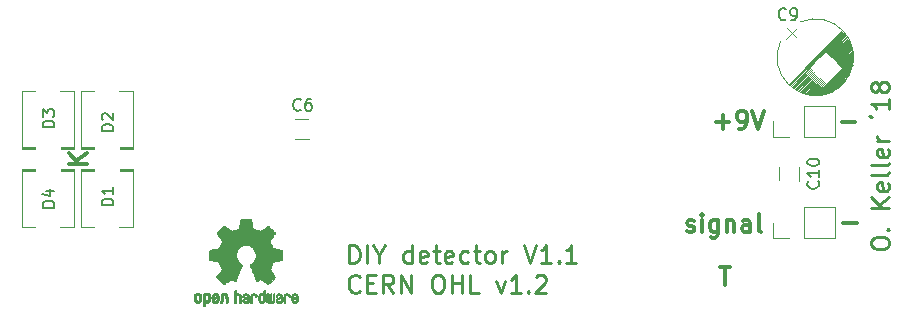
<source format=gto>
G04 #@! TF.GenerationSoftware,KiCad,Pcbnew,(5.0.0-rc2-dev-691-g31b026c)*
G04 #@! TF.CreationDate,2018-06-05T10:47:32+02:00*
G04 #@! TF.ProjectId,DIY_detector,4449595F6465746563746F722E6B6963,V1.1*
G04 #@! TF.SameCoordinates,Original*
G04 #@! TF.FileFunction,Legend,Top*
G04 #@! TF.FilePolarity,Positive*
%FSLAX46Y46*%
G04 Gerber Fmt 4.6, Leading zero omitted, Abs format (unit mm)*
G04 Created by KiCad (PCBNEW (5.0.0-rc2-dev-691-g31b026c)) date 2018 June 05, Tuesday 10:47:32*
%MOMM*%
%LPD*%
G01*
G04 APERTURE LIST*
%ADD10C,0.300000*%
%ADD11C,0.250000*%
%ADD12C,0.120000*%
%ADD13C,0.010000*%
%ADD14C,0.150000*%
%ADD15R,2.800000X2.000000*%
%ADD16O,2.800000X2.000000*%
%ADD17C,2.000000*%
%ADD18C,0.100000*%
%ADD19O,2.000000X2.000000*%
%ADD20C,6.100000*%
%ADD21C,2.100000*%
%ADD22R,2.100000X2.100000*%
%ADD23O,2.100000X2.100000*%
%ADD24C,1.500000*%
G04 APERTURE END LIST*
D10*
X159571428Y-121678571D02*
X160428571Y-121678571D01*
X160000000Y-123178571D02*
X160000000Y-121678571D01*
X105984071Y-112892857D02*
X104484071Y-112892857D01*
X105984071Y-112035714D02*
X105126928Y-112678571D01*
X104484071Y-112035714D02*
X105341214Y-112892857D01*
D11*
X172428571Y-119764285D02*
X172428571Y-119478571D01*
X172500000Y-119335714D01*
X172642857Y-119192857D01*
X172928571Y-119121428D01*
X173428571Y-119121428D01*
X173714285Y-119192857D01*
X173857142Y-119335714D01*
X173928571Y-119478571D01*
X173928571Y-119764285D01*
X173857142Y-119907142D01*
X173714285Y-120050000D01*
X173428571Y-120121428D01*
X172928571Y-120121428D01*
X172642857Y-120050000D01*
X172500000Y-119907142D01*
X172428571Y-119764285D01*
X173785714Y-118478571D02*
X173857142Y-118407142D01*
X173928571Y-118478571D01*
X173857142Y-118550000D01*
X173785714Y-118478571D01*
X173928571Y-118478571D01*
X173928571Y-116621428D02*
X172428571Y-116621428D01*
X173928571Y-115764285D02*
X173071428Y-116407142D01*
X172428571Y-115764285D02*
X173285714Y-116621428D01*
X173857142Y-114550000D02*
X173928571Y-114692857D01*
X173928571Y-114978571D01*
X173857142Y-115121428D01*
X173714285Y-115192857D01*
X173142857Y-115192857D01*
X173000000Y-115121428D01*
X172928571Y-114978571D01*
X172928571Y-114692857D01*
X173000000Y-114550000D01*
X173142857Y-114478571D01*
X173285714Y-114478571D01*
X173428571Y-115192857D01*
X173928571Y-113621428D02*
X173857142Y-113764285D01*
X173714285Y-113835714D01*
X172428571Y-113835714D01*
X173928571Y-112835714D02*
X173857142Y-112978571D01*
X173714285Y-113050000D01*
X172428571Y-113050000D01*
X173857142Y-111692857D02*
X173928571Y-111835714D01*
X173928571Y-112121428D01*
X173857142Y-112264285D01*
X173714285Y-112335714D01*
X173142857Y-112335714D01*
X173000000Y-112264285D01*
X172928571Y-112121428D01*
X172928571Y-111835714D01*
X173000000Y-111692857D01*
X173142857Y-111621428D01*
X173285714Y-111621428D01*
X173428571Y-112335714D01*
X173928571Y-110978571D02*
X172928571Y-110978571D01*
X173214285Y-110978571D02*
X173071428Y-110907142D01*
X173000000Y-110835714D01*
X172928571Y-110692857D01*
X172928571Y-110550000D01*
X172500000Y-108978571D02*
X172428571Y-108978571D01*
X172285714Y-108907142D01*
X172214285Y-108835714D01*
X173928571Y-107407142D02*
X173928571Y-108264285D01*
X173928571Y-107835714D02*
X172428571Y-107835714D01*
X172642857Y-107978571D01*
X172785714Y-108121428D01*
X172857142Y-108264285D01*
X173071428Y-106550000D02*
X173000000Y-106692857D01*
X172928571Y-106764285D01*
X172785714Y-106835714D01*
X172714285Y-106835714D01*
X172571428Y-106764285D01*
X172500000Y-106692857D01*
X172428571Y-106550000D01*
X172428571Y-106264285D01*
X172500000Y-106121428D01*
X172571428Y-106050000D01*
X172714285Y-105978571D01*
X172785714Y-105978571D01*
X172928571Y-106050000D01*
X173000000Y-106121428D01*
X173071428Y-106264285D01*
X173071428Y-106550000D01*
X173142857Y-106692857D01*
X173214285Y-106764285D01*
X173357142Y-106835714D01*
X173642857Y-106835714D01*
X173785714Y-106764285D01*
X173857142Y-106692857D01*
X173928571Y-106550000D01*
X173928571Y-106264285D01*
X173857142Y-106121428D01*
X173785714Y-106050000D01*
X173642857Y-105978571D01*
X173357142Y-105978571D01*
X173214285Y-106050000D01*
X173142857Y-106121428D01*
X173071428Y-106264285D01*
D10*
X170028571Y-117907142D02*
X171171428Y-117907142D01*
X169928571Y-109357142D02*
X171071428Y-109357142D01*
X156808357Y-118607142D02*
X156951214Y-118678571D01*
X157236928Y-118678571D01*
X157379785Y-118607142D01*
X157451214Y-118464285D01*
X157451214Y-118392857D01*
X157379785Y-118250000D01*
X157236928Y-118178571D01*
X157022642Y-118178571D01*
X156879785Y-118107142D01*
X156808357Y-117964285D01*
X156808357Y-117892857D01*
X156879785Y-117750000D01*
X157022642Y-117678571D01*
X157236928Y-117678571D01*
X157379785Y-117750000D01*
X158094071Y-118678571D02*
X158094071Y-117678571D01*
X158094071Y-117178571D02*
X158022642Y-117250000D01*
X158094071Y-117321428D01*
X158165500Y-117250000D01*
X158094071Y-117178571D01*
X158094071Y-117321428D01*
X159451214Y-117678571D02*
X159451214Y-118892857D01*
X159379785Y-119035714D01*
X159308357Y-119107142D01*
X159165500Y-119178571D01*
X158951214Y-119178571D01*
X158808357Y-119107142D01*
X159451214Y-118607142D02*
X159308357Y-118678571D01*
X159022642Y-118678571D01*
X158879785Y-118607142D01*
X158808357Y-118535714D01*
X158736928Y-118392857D01*
X158736928Y-117964285D01*
X158808357Y-117821428D01*
X158879785Y-117750000D01*
X159022642Y-117678571D01*
X159308357Y-117678571D01*
X159451214Y-117750000D01*
X160165500Y-117678571D02*
X160165500Y-118678571D01*
X160165500Y-117821428D02*
X160236928Y-117750000D01*
X160379785Y-117678571D01*
X160594071Y-117678571D01*
X160736928Y-117750000D01*
X160808357Y-117892857D01*
X160808357Y-118678571D01*
X162165500Y-118678571D02*
X162165500Y-117892857D01*
X162094071Y-117750000D01*
X161951214Y-117678571D01*
X161665500Y-117678571D01*
X161522642Y-117750000D01*
X162165500Y-118607142D02*
X162022642Y-118678571D01*
X161665500Y-118678571D01*
X161522642Y-118607142D01*
X161451214Y-118464285D01*
X161451214Y-118321428D01*
X161522642Y-118178571D01*
X161665500Y-118107142D01*
X162022642Y-118107142D01*
X162165500Y-118035714D01*
X163094071Y-118678571D02*
X162951214Y-118607142D01*
X162879785Y-118464285D01*
X162879785Y-117178571D01*
X159256928Y-109357142D02*
X160399785Y-109357142D01*
X159828357Y-109928571D02*
X159828357Y-108785714D01*
X161185500Y-109928571D02*
X161471214Y-109928571D01*
X161614071Y-109857142D01*
X161685500Y-109785714D01*
X161828357Y-109571428D01*
X161899785Y-109285714D01*
X161899785Y-108714285D01*
X161828357Y-108571428D01*
X161756928Y-108500000D01*
X161614071Y-108428571D01*
X161328357Y-108428571D01*
X161185500Y-108500000D01*
X161114071Y-108571428D01*
X161042642Y-108714285D01*
X161042642Y-109071428D01*
X161114071Y-109214285D01*
X161185500Y-109285714D01*
X161328357Y-109357142D01*
X161614071Y-109357142D01*
X161756928Y-109285714D01*
X161828357Y-109214285D01*
X161899785Y-109071428D01*
X162328357Y-108428571D02*
X162828357Y-109928571D01*
X163328357Y-108428571D01*
D11*
X128240642Y-121326571D02*
X128240642Y-119826571D01*
X128597785Y-119826571D01*
X128812071Y-119898000D01*
X128954928Y-120040857D01*
X129026357Y-120183714D01*
X129097785Y-120469428D01*
X129097785Y-120683714D01*
X129026357Y-120969428D01*
X128954928Y-121112285D01*
X128812071Y-121255142D01*
X128597785Y-121326571D01*
X128240642Y-121326571D01*
X129740642Y-121326571D02*
X129740642Y-119826571D01*
X130740642Y-120612285D02*
X130740642Y-121326571D01*
X130240642Y-119826571D02*
X130740642Y-120612285D01*
X131240642Y-119826571D01*
X133526357Y-121326571D02*
X133526357Y-119826571D01*
X133526357Y-121255142D02*
X133383500Y-121326571D01*
X133097785Y-121326571D01*
X132954928Y-121255142D01*
X132883500Y-121183714D01*
X132812071Y-121040857D01*
X132812071Y-120612285D01*
X132883500Y-120469428D01*
X132954928Y-120398000D01*
X133097785Y-120326571D01*
X133383500Y-120326571D01*
X133526357Y-120398000D01*
X134812071Y-121255142D02*
X134669214Y-121326571D01*
X134383500Y-121326571D01*
X134240642Y-121255142D01*
X134169214Y-121112285D01*
X134169214Y-120540857D01*
X134240642Y-120398000D01*
X134383500Y-120326571D01*
X134669214Y-120326571D01*
X134812071Y-120398000D01*
X134883500Y-120540857D01*
X134883500Y-120683714D01*
X134169214Y-120826571D01*
X135312071Y-120326571D02*
X135883500Y-120326571D01*
X135526357Y-119826571D02*
X135526357Y-121112285D01*
X135597785Y-121255142D01*
X135740642Y-121326571D01*
X135883500Y-121326571D01*
X136954928Y-121255142D02*
X136812071Y-121326571D01*
X136526357Y-121326571D01*
X136383500Y-121255142D01*
X136312071Y-121112285D01*
X136312071Y-120540857D01*
X136383500Y-120398000D01*
X136526357Y-120326571D01*
X136812071Y-120326571D01*
X136954928Y-120398000D01*
X137026357Y-120540857D01*
X137026357Y-120683714D01*
X136312071Y-120826571D01*
X138312071Y-121255142D02*
X138169214Y-121326571D01*
X137883500Y-121326571D01*
X137740642Y-121255142D01*
X137669214Y-121183714D01*
X137597785Y-121040857D01*
X137597785Y-120612285D01*
X137669214Y-120469428D01*
X137740642Y-120398000D01*
X137883500Y-120326571D01*
X138169214Y-120326571D01*
X138312071Y-120398000D01*
X138740642Y-120326571D02*
X139312071Y-120326571D01*
X138954928Y-119826571D02*
X138954928Y-121112285D01*
X139026357Y-121255142D01*
X139169214Y-121326571D01*
X139312071Y-121326571D01*
X140026357Y-121326571D02*
X139883500Y-121255142D01*
X139812071Y-121183714D01*
X139740642Y-121040857D01*
X139740642Y-120612285D01*
X139812071Y-120469428D01*
X139883500Y-120398000D01*
X140026357Y-120326571D01*
X140240642Y-120326571D01*
X140383500Y-120398000D01*
X140454928Y-120469428D01*
X140526357Y-120612285D01*
X140526357Y-121040857D01*
X140454928Y-121183714D01*
X140383500Y-121255142D01*
X140240642Y-121326571D01*
X140026357Y-121326571D01*
X141169214Y-121326571D02*
X141169214Y-120326571D01*
X141169214Y-120612285D02*
X141240642Y-120469428D01*
X141312071Y-120398000D01*
X141454928Y-120326571D01*
X141597785Y-120326571D01*
X143026357Y-119826571D02*
X143526357Y-121326571D01*
X144026357Y-119826571D01*
X145312071Y-121326571D02*
X144454928Y-121326571D01*
X144883500Y-121326571D02*
X144883500Y-119826571D01*
X144740642Y-120040857D01*
X144597785Y-120183714D01*
X144454928Y-120255142D01*
X145954928Y-121183714D02*
X146026357Y-121255142D01*
X145954928Y-121326571D01*
X145883500Y-121255142D01*
X145954928Y-121183714D01*
X145954928Y-121326571D01*
X147454928Y-121326571D02*
X146597785Y-121326571D01*
X147026357Y-121326571D02*
X147026357Y-119826571D01*
X146883500Y-120040857D01*
X146740642Y-120183714D01*
X146597785Y-120255142D01*
X129097785Y-123683714D02*
X129026357Y-123755142D01*
X128812071Y-123826571D01*
X128669214Y-123826571D01*
X128454928Y-123755142D01*
X128312071Y-123612285D01*
X128240642Y-123469428D01*
X128169214Y-123183714D01*
X128169214Y-122969428D01*
X128240642Y-122683714D01*
X128312071Y-122540857D01*
X128454928Y-122398000D01*
X128669214Y-122326571D01*
X128812071Y-122326571D01*
X129026357Y-122398000D01*
X129097785Y-122469428D01*
X129740642Y-123040857D02*
X130240642Y-123040857D01*
X130454928Y-123826571D02*
X129740642Y-123826571D01*
X129740642Y-122326571D01*
X130454928Y-122326571D01*
X131954928Y-123826571D02*
X131454928Y-123112285D01*
X131097785Y-123826571D02*
X131097785Y-122326571D01*
X131669214Y-122326571D01*
X131812071Y-122398000D01*
X131883500Y-122469428D01*
X131954928Y-122612285D01*
X131954928Y-122826571D01*
X131883500Y-122969428D01*
X131812071Y-123040857D01*
X131669214Y-123112285D01*
X131097785Y-123112285D01*
X132597785Y-123826571D02*
X132597785Y-122326571D01*
X133454928Y-123826571D01*
X133454928Y-122326571D01*
X135597785Y-122326571D02*
X135883500Y-122326571D01*
X136026357Y-122398000D01*
X136169214Y-122540857D01*
X136240642Y-122826571D01*
X136240642Y-123326571D01*
X136169214Y-123612285D01*
X136026357Y-123755142D01*
X135883500Y-123826571D01*
X135597785Y-123826571D01*
X135454928Y-123755142D01*
X135312071Y-123612285D01*
X135240642Y-123326571D01*
X135240642Y-122826571D01*
X135312071Y-122540857D01*
X135454928Y-122398000D01*
X135597785Y-122326571D01*
X136883500Y-123826571D02*
X136883500Y-122326571D01*
X136883500Y-123040857D02*
X137740642Y-123040857D01*
X137740642Y-123826571D02*
X137740642Y-122326571D01*
X139169214Y-123826571D02*
X138454928Y-123826571D01*
X138454928Y-122326571D01*
X140669214Y-122826571D02*
X141026357Y-123826571D01*
X141383500Y-122826571D01*
X142740642Y-123826571D02*
X141883500Y-123826571D01*
X142312071Y-123826571D02*
X142312071Y-122326571D01*
X142169214Y-122540857D01*
X142026357Y-122683714D01*
X141883500Y-122755142D01*
X143383500Y-123683714D02*
X143454928Y-123755142D01*
X143383500Y-123826571D01*
X143312071Y-123755142D01*
X143383500Y-123683714D01*
X143383500Y-123826571D01*
X144026357Y-122469428D02*
X144097785Y-122398000D01*
X144240642Y-122326571D01*
X144597785Y-122326571D01*
X144740642Y-122398000D01*
X144812071Y-122469428D01*
X144883500Y-122612285D01*
X144883500Y-122755142D01*
X144812071Y-122969428D01*
X143954928Y-123826571D01*
X144883500Y-123826571D01*
D12*
X170651579Y-105184029D02*
G75*
G03X166384587Y-100915815I-2967696J1300146D01*
G01*
X168984029Y-106851579D02*
G75*
G02X164715815Y-102584587I-1300146J2967696D01*
G01*
X168984029Y-106851579D02*
G75*
G03X170651951Y-105183179I-1300146J2967696D01*
G01*
X169946625Y-101621142D02*
X165421142Y-106146625D01*
X169974909Y-101649426D02*
X165449426Y-106174909D01*
X170003194Y-101677710D02*
X165477710Y-106203194D01*
X170030064Y-101707409D02*
X165507409Y-106230064D01*
X170057641Y-101736400D02*
X165536400Y-106257641D01*
X170083804Y-101766806D02*
X165566806Y-106283804D01*
X170110674Y-101796504D02*
X165596504Y-106310674D01*
X170136130Y-101827617D02*
X168574838Y-103388909D01*
X167188909Y-104774838D02*
X165627617Y-106336130D01*
X170162293Y-101858023D02*
X168603122Y-103417193D01*
X167217193Y-104803122D02*
X165658023Y-106362293D01*
X170187041Y-101889842D02*
X168631407Y-103445477D01*
X167245477Y-104831407D02*
X165689842Y-106387041D01*
X170212497Y-101920955D02*
X168659691Y-103473762D01*
X167273762Y-104859691D02*
X165720955Y-106412497D01*
X170236539Y-101953482D02*
X168687975Y-103502046D01*
X167302046Y-104887975D02*
X165753482Y-106436539D01*
X170261288Y-101985302D02*
X168716259Y-103530330D01*
X167330330Y-104916259D02*
X165785302Y-106461288D01*
X170284622Y-102018536D02*
X168744544Y-103558614D01*
X167358614Y-104944544D02*
X165818536Y-106484622D01*
X170308664Y-102051063D02*
X168772828Y-103586899D01*
X167386899Y-104972828D02*
X165851063Y-106508664D01*
X170331291Y-102085004D02*
X168801112Y-103615183D01*
X167415183Y-105001112D02*
X165885004Y-106531291D01*
X170354626Y-102118238D02*
X168829396Y-103643467D01*
X167443467Y-105029396D02*
X165918238Y-106554626D01*
X170376546Y-102152886D02*
X168857681Y-103671751D01*
X167471751Y-105057681D02*
X165952886Y-106576546D01*
X170399174Y-102188241D02*
X168886672Y-103700743D01*
X167500743Y-105086672D02*
X165988241Y-106599174D01*
X170421094Y-102222890D02*
X168914956Y-103729027D01*
X167529027Y-105114956D02*
X166022890Y-106621094D01*
X170442307Y-102258245D02*
X168943241Y-103757311D01*
X167557311Y-105143241D02*
X166058245Y-106642307D01*
X170463520Y-102293600D02*
X168971525Y-103785596D01*
X167585596Y-105171525D02*
X166093600Y-106663520D01*
X170484026Y-102329663D02*
X168999809Y-103813880D01*
X167613880Y-105199809D02*
X166129663Y-106684026D01*
X170503825Y-102366432D02*
X169028093Y-103842164D01*
X167642164Y-105228093D02*
X166166432Y-106703825D01*
X170523624Y-102403202D02*
X169056378Y-103870448D01*
X167670448Y-105256378D02*
X166203202Y-106723624D01*
X170542716Y-102440679D02*
X169084662Y-103898733D01*
X167698733Y-105284662D02*
X166240679Y-106742716D01*
X170561808Y-102478155D02*
X169112946Y-103927017D01*
X167727017Y-105312946D02*
X166278155Y-106761808D01*
X170580193Y-102516339D02*
X169141231Y-103955301D01*
X167755301Y-105341231D02*
X166316339Y-106780193D01*
X170598578Y-102554523D02*
X169169515Y-103983586D01*
X167783586Y-105369515D02*
X166354523Y-106798578D01*
X170616255Y-102593414D02*
X169197799Y-104011870D01*
X167811870Y-105397799D02*
X166393414Y-106816255D01*
X170633226Y-102633012D02*
X169226083Y-104040154D01*
X167840154Y-105426083D02*
X166433012Y-106833226D01*
X170650196Y-102672610D02*
X169254368Y-104068438D01*
X167868438Y-105454368D02*
X166472610Y-106850196D01*
X170666460Y-102712915D02*
X169282652Y-104096723D01*
X167896723Y-105482652D02*
X166512915Y-106866460D01*
X170682016Y-102753927D02*
X169310936Y-104125007D01*
X167925007Y-105510936D02*
X166553927Y-106882016D01*
X170697573Y-102794939D02*
X169339220Y-104153291D01*
X167953291Y-105539220D02*
X166594939Y-106897573D01*
X170712422Y-102836658D02*
X169367505Y-104181575D01*
X167981575Y-105567505D02*
X166636658Y-106912422D01*
X170727271Y-102878378D02*
X169395789Y-104209860D01*
X168009860Y-105595789D02*
X166678378Y-106927271D01*
X170741413Y-102920804D02*
X169424073Y-104238144D01*
X168038144Y-105624073D02*
X166720804Y-106941413D01*
X170754848Y-102963938D02*
X169452358Y-104266428D01*
X168066428Y-105652358D02*
X166763938Y-106954848D01*
X170767576Y-103007778D02*
X169480642Y-104294713D01*
X168094713Y-105680642D02*
X166807778Y-106967576D01*
X170780304Y-103051619D02*
X169508926Y-104322997D01*
X168122997Y-105708926D02*
X166851619Y-106980304D01*
X170792325Y-103096167D02*
X169537210Y-104351281D01*
X168151281Y-105737210D02*
X166896167Y-106992325D01*
X170803639Y-103141421D02*
X169565495Y-104379565D01*
X168179565Y-105765495D02*
X166941421Y-107003639D01*
X170814245Y-103187383D02*
X169593779Y-104407850D01*
X168207850Y-105793779D02*
X166987383Y-107014245D01*
X170824852Y-103233345D02*
X169622063Y-104436134D01*
X168236134Y-105822063D02*
X167033345Y-107024852D01*
X170834044Y-103280721D02*
X169650347Y-104464418D01*
X168264418Y-105850347D02*
X167080721Y-107034044D01*
X170843237Y-103328098D02*
X169678632Y-104492702D01*
X168292702Y-105878632D02*
X167128098Y-107043237D01*
X170851722Y-103376181D02*
X169706916Y-104520987D01*
X168320987Y-105906916D02*
X167176181Y-107051722D01*
X170859500Y-103424971D02*
X169735200Y-104549271D01*
X168349271Y-105935200D02*
X167224971Y-107059500D01*
X170866571Y-103474469D02*
X169763485Y-104577555D01*
X168377555Y-105963485D02*
X167274469Y-107066571D01*
X170873642Y-103523966D02*
X169791769Y-104605840D01*
X168405840Y-105991769D02*
X167323966Y-107073642D01*
X170879299Y-103574878D02*
X169820053Y-104634124D01*
X168434124Y-106020053D02*
X167374878Y-107079299D01*
X170884249Y-103626497D02*
X169848337Y-104662408D01*
X168462408Y-106048337D02*
X167426497Y-107084249D01*
X170888491Y-103678823D02*
X169876622Y-104690692D01*
X168490692Y-106076622D02*
X167478823Y-107088491D01*
X170891320Y-103732563D02*
X169904906Y-104718977D01*
X168518977Y-106104906D02*
X167532563Y-107091320D01*
X170894148Y-103786303D02*
X169933190Y-104747261D01*
X168547261Y-106133190D02*
X167586303Y-107094148D01*
X170895562Y-103841457D02*
X167641457Y-107095562D01*
X170896270Y-103897319D02*
X167697319Y-107096270D01*
X170896270Y-103953887D02*
X167753887Y-107096270D01*
X170894855Y-104011870D02*
X167811870Y-107094855D01*
X170892734Y-104070560D02*
X167870560Y-107092734D01*
X170889199Y-104130664D02*
X167930664Y-107089199D01*
X170884249Y-104192182D02*
X167992182Y-107084249D01*
X170878592Y-104254407D02*
X168054407Y-107078592D01*
X170870814Y-104318754D02*
X168118754Y-107070814D01*
X170862328Y-104383808D02*
X168183808Y-107062328D01*
X170851722Y-104450983D02*
X168250983Y-107051722D01*
X170838994Y-104520280D02*
X168320280Y-107038994D01*
X170824852Y-104590990D02*
X168390990Y-107024852D01*
X170808588Y-104663822D02*
X168463822Y-107008588D01*
X170789496Y-104739483D02*
X168539483Y-106989496D01*
X170767576Y-104817972D02*
X168617972Y-106967576D01*
X170742827Y-104899289D02*
X168699289Y-106942827D01*
X170713836Y-104984849D02*
X168784849Y-106913836D01*
X170681309Y-105073944D02*
X168873944Y-106881309D01*
X170643125Y-105168696D02*
X168968696Y-106843125D01*
X170598578Y-105269813D02*
X169069813Y-106798578D01*
X170545545Y-105379414D02*
X169179414Y-106745545D01*
X170480491Y-105501037D02*
X169301037Y-106680491D01*
X170397052Y-105641044D02*
X169441044Y-106597052D01*
X170278258Y-105816406D02*
X169616406Y-106478258D01*
X165244365Y-101444365D02*
X166092893Y-102292893D01*
X166128249Y-101409010D02*
X165209010Y-102328249D01*
D13*
G36*
X116234886Y-123847505D02*
X116309539Y-123884727D01*
X116375431Y-123953261D01*
X116393577Y-123978648D01*
X116413345Y-124011866D01*
X116426172Y-124047945D01*
X116433510Y-124096098D01*
X116436813Y-124165536D01*
X116437538Y-124257206D01*
X116434263Y-124382830D01*
X116422877Y-124477154D01*
X116401041Y-124547523D01*
X116366419Y-124601286D01*
X116316670Y-124645788D01*
X116313014Y-124648423D01*
X116263985Y-124675377D01*
X116204945Y-124688712D01*
X116129859Y-124692000D01*
X116007795Y-124692000D01*
X116007744Y-124810497D01*
X116006608Y-124876492D01*
X115999686Y-124915202D01*
X115981598Y-124938419D01*
X115946962Y-124957933D01*
X115938645Y-124961920D01*
X115899720Y-124980603D01*
X115869583Y-124992403D01*
X115847174Y-124993422D01*
X115831433Y-124979761D01*
X115821302Y-124947522D01*
X115815723Y-124892804D01*
X115813635Y-124811711D01*
X115813981Y-124700344D01*
X115815700Y-124554802D01*
X115816237Y-124511269D01*
X115818172Y-124361205D01*
X115819904Y-124263042D01*
X116007692Y-124263042D01*
X116008748Y-124346364D01*
X116013438Y-124400880D01*
X116024051Y-124436837D01*
X116042872Y-124464482D01*
X116055650Y-124477965D01*
X116107890Y-124517417D01*
X116154142Y-124520628D01*
X116201867Y-124488049D01*
X116203077Y-124486846D01*
X116222494Y-124461668D01*
X116234307Y-124427447D01*
X116240265Y-124374748D01*
X116242120Y-124294131D01*
X116242154Y-124276271D01*
X116237670Y-124165175D01*
X116223074Y-124088161D01*
X116196650Y-124041147D01*
X116156683Y-124020050D01*
X116133584Y-124017923D01*
X116078762Y-124027900D01*
X116041158Y-124060752D01*
X116018523Y-124120857D01*
X116008606Y-124212598D01*
X116007692Y-124263042D01*
X115819904Y-124263042D01*
X115820222Y-124245060D01*
X115822873Y-124157679D01*
X115826606Y-124093905D01*
X115831907Y-124048582D01*
X115839258Y-124016555D01*
X115849143Y-123992668D01*
X115862046Y-123971764D01*
X115867579Y-123963898D01*
X115940969Y-123889595D01*
X116033760Y-123847467D01*
X116141096Y-123835722D01*
X116234886Y-123847505D01*
X116234886Y-123847505D01*
G37*
X116234886Y-123847505D02*
X116309539Y-123884727D01*
X116375431Y-123953261D01*
X116393577Y-123978648D01*
X116413345Y-124011866D01*
X116426172Y-124047945D01*
X116433510Y-124096098D01*
X116436813Y-124165536D01*
X116437538Y-124257206D01*
X116434263Y-124382830D01*
X116422877Y-124477154D01*
X116401041Y-124547523D01*
X116366419Y-124601286D01*
X116316670Y-124645788D01*
X116313014Y-124648423D01*
X116263985Y-124675377D01*
X116204945Y-124688712D01*
X116129859Y-124692000D01*
X116007795Y-124692000D01*
X116007744Y-124810497D01*
X116006608Y-124876492D01*
X115999686Y-124915202D01*
X115981598Y-124938419D01*
X115946962Y-124957933D01*
X115938645Y-124961920D01*
X115899720Y-124980603D01*
X115869583Y-124992403D01*
X115847174Y-124993422D01*
X115831433Y-124979761D01*
X115821302Y-124947522D01*
X115815723Y-124892804D01*
X115813635Y-124811711D01*
X115813981Y-124700344D01*
X115815700Y-124554802D01*
X115816237Y-124511269D01*
X115818172Y-124361205D01*
X115819904Y-124263042D01*
X116007692Y-124263042D01*
X116008748Y-124346364D01*
X116013438Y-124400880D01*
X116024051Y-124436837D01*
X116042872Y-124464482D01*
X116055650Y-124477965D01*
X116107890Y-124517417D01*
X116154142Y-124520628D01*
X116201867Y-124488049D01*
X116203077Y-124486846D01*
X116222494Y-124461668D01*
X116234307Y-124427447D01*
X116240265Y-124374748D01*
X116242120Y-124294131D01*
X116242154Y-124276271D01*
X116237670Y-124165175D01*
X116223074Y-124088161D01*
X116196650Y-124041147D01*
X116156683Y-124020050D01*
X116133584Y-124017923D01*
X116078762Y-124027900D01*
X116041158Y-124060752D01*
X116018523Y-124120857D01*
X116008606Y-124212598D01*
X116007692Y-124263042D01*
X115819904Y-124263042D01*
X115820222Y-124245060D01*
X115822873Y-124157679D01*
X115826606Y-124093905D01*
X115831907Y-124048582D01*
X115839258Y-124016555D01*
X115849143Y-123992668D01*
X115862046Y-123971764D01*
X115867579Y-123963898D01*
X115940969Y-123889595D01*
X116033760Y-123847467D01*
X116141096Y-123835722D01*
X116234886Y-123847505D01*
G36*
X117737664Y-123858089D02*
X117800367Y-123894358D01*
X117843961Y-123930358D01*
X117875845Y-123968075D01*
X117897810Y-124014199D01*
X117911649Y-124075421D01*
X117919153Y-124158431D01*
X117922117Y-124269919D01*
X117922461Y-124350062D01*
X117922461Y-124645065D01*
X117756385Y-124719515D01*
X117746615Y-124396402D01*
X117742579Y-124275729D01*
X117738344Y-124188141D01*
X117733097Y-124127650D01*
X117726025Y-124088268D01*
X117716311Y-124064007D01*
X117703144Y-124048880D01*
X117698919Y-124045606D01*
X117634909Y-124020034D01*
X117570208Y-124030153D01*
X117531692Y-124057000D01*
X117516025Y-124076024D01*
X117505180Y-124100988D01*
X117498288Y-124138834D01*
X117494479Y-124196502D01*
X117492883Y-124280935D01*
X117492615Y-124368928D01*
X117492563Y-124479323D01*
X117490672Y-124557463D01*
X117484345Y-124610165D01*
X117470983Y-124644242D01*
X117447985Y-124666511D01*
X117412754Y-124683787D01*
X117365697Y-124701738D01*
X117314303Y-124721278D01*
X117320421Y-124374485D01*
X117322884Y-124249468D01*
X117325767Y-124157082D01*
X117329898Y-124090881D01*
X117336107Y-124044420D01*
X117345226Y-124011256D01*
X117358083Y-123984944D01*
X117373584Y-123961729D01*
X117448371Y-123887569D01*
X117539628Y-123844684D01*
X117638883Y-123834412D01*
X117737664Y-123858089D01*
X117737664Y-123858089D01*
G37*
X117737664Y-123858089D02*
X117800367Y-123894358D01*
X117843961Y-123930358D01*
X117875845Y-123968075D01*
X117897810Y-124014199D01*
X117911649Y-124075421D01*
X117919153Y-124158431D01*
X117922117Y-124269919D01*
X117922461Y-124350062D01*
X117922461Y-124645065D01*
X117756385Y-124719515D01*
X117746615Y-124396402D01*
X117742579Y-124275729D01*
X117738344Y-124188141D01*
X117733097Y-124127650D01*
X117726025Y-124088268D01*
X117716311Y-124064007D01*
X117703144Y-124048880D01*
X117698919Y-124045606D01*
X117634909Y-124020034D01*
X117570208Y-124030153D01*
X117531692Y-124057000D01*
X117516025Y-124076024D01*
X117505180Y-124100988D01*
X117498288Y-124138834D01*
X117494479Y-124196502D01*
X117492883Y-124280935D01*
X117492615Y-124368928D01*
X117492563Y-124479323D01*
X117490672Y-124557463D01*
X117484345Y-124610165D01*
X117470983Y-124644242D01*
X117447985Y-124666511D01*
X117412754Y-124683787D01*
X117365697Y-124701738D01*
X117314303Y-124721278D01*
X117320421Y-124374485D01*
X117322884Y-124249468D01*
X117325767Y-124157082D01*
X117329898Y-124090881D01*
X117336107Y-124044420D01*
X117345226Y-124011256D01*
X117358083Y-123984944D01*
X117373584Y-123961729D01*
X117448371Y-123887569D01*
X117539628Y-123844684D01*
X117638883Y-123834412D01*
X117737664Y-123858089D01*
G36*
X115482886Y-123850256D02*
X115574464Y-123898409D01*
X115642049Y-123975905D01*
X115666057Y-124025727D01*
X115684738Y-124100533D01*
X115694301Y-124195052D01*
X115695208Y-124298210D01*
X115687921Y-124398935D01*
X115672903Y-124486153D01*
X115650615Y-124548791D01*
X115643765Y-124559579D01*
X115562632Y-124640105D01*
X115466266Y-124688336D01*
X115361701Y-124702450D01*
X115255968Y-124680629D01*
X115226543Y-124667547D01*
X115169241Y-124627231D01*
X115118950Y-124573775D01*
X115114197Y-124566995D01*
X115094878Y-124534321D01*
X115082108Y-124499394D01*
X115074564Y-124453414D01*
X115070924Y-124387584D01*
X115069865Y-124293105D01*
X115069846Y-124271923D01*
X115069894Y-124265182D01*
X115265231Y-124265182D01*
X115266368Y-124354349D01*
X115270841Y-124413520D01*
X115280246Y-124451741D01*
X115296176Y-124478053D01*
X115304308Y-124486846D01*
X115351058Y-124520261D01*
X115396447Y-124518737D01*
X115442340Y-124489752D01*
X115469712Y-124458809D01*
X115485923Y-124413643D01*
X115495026Y-124342420D01*
X115495651Y-124334114D01*
X115497204Y-124205037D01*
X115480965Y-124109172D01*
X115447152Y-124047107D01*
X115395984Y-124019432D01*
X115377720Y-124017923D01*
X115329760Y-124025513D01*
X115296953Y-124051808D01*
X115276895Y-124102095D01*
X115267178Y-124181664D01*
X115265231Y-124265182D01*
X115069894Y-124265182D01*
X115070574Y-124171249D01*
X115073629Y-124100906D01*
X115080322Y-124052163D01*
X115091960Y-124016288D01*
X115109853Y-123984548D01*
X115113808Y-123978648D01*
X115180267Y-123899104D01*
X115252685Y-123852929D01*
X115340849Y-123834599D01*
X115370787Y-123833703D01*
X115482886Y-123850256D01*
X115482886Y-123850256D01*
G37*
X115482886Y-123850256D02*
X115574464Y-123898409D01*
X115642049Y-123975905D01*
X115666057Y-124025727D01*
X115684738Y-124100533D01*
X115694301Y-124195052D01*
X115695208Y-124298210D01*
X115687921Y-124398935D01*
X115672903Y-124486153D01*
X115650615Y-124548791D01*
X115643765Y-124559579D01*
X115562632Y-124640105D01*
X115466266Y-124688336D01*
X115361701Y-124702450D01*
X115255968Y-124680629D01*
X115226543Y-124667547D01*
X115169241Y-124627231D01*
X115118950Y-124573775D01*
X115114197Y-124566995D01*
X115094878Y-124534321D01*
X115082108Y-124499394D01*
X115074564Y-124453414D01*
X115070924Y-124387584D01*
X115069865Y-124293105D01*
X115069846Y-124271923D01*
X115069894Y-124265182D01*
X115265231Y-124265182D01*
X115266368Y-124354349D01*
X115270841Y-124413520D01*
X115280246Y-124451741D01*
X115296176Y-124478053D01*
X115304308Y-124486846D01*
X115351058Y-124520261D01*
X115396447Y-124518737D01*
X115442340Y-124489752D01*
X115469712Y-124458809D01*
X115485923Y-124413643D01*
X115495026Y-124342420D01*
X115495651Y-124334114D01*
X115497204Y-124205037D01*
X115480965Y-124109172D01*
X115447152Y-124047107D01*
X115395984Y-124019432D01*
X115377720Y-124017923D01*
X115329760Y-124025513D01*
X115296953Y-124051808D01*
X115276895Y-124102095D01*
X115267178Y-124181664D01*
X115265231Y-124265182D01*
X115069894Y-124265182D01*
X115070574Y-124171249D01*
X115073629Y-124100906D01*
X115080322Y-124052163D01*
X115091960Y-124016288D01*
X115109853Y-123984548D01*
X115113808Y-123978648D01*
X115180267Y-123899104D01*
X115252685Y-123852929D01*
X115340849Y-123834599D01*
X115370787Y-123833703D01*
X115482886Y-123850256D01*
G36*
X117000254Y-123862745D02*
X117077286Y-123914567D01*
X117136816Y-123989412D01*
X117172378Y-124084654D01*
X117179571Y-124154756D01*
X117178754Y-124184009D01*
X117171914Y-124206407D01*
X117153112Y-124226474D01*
X117116408Y-124248733D01*
X117055862Y-124277709D01*
X116965534Y-124317927D01*
X116965077Y-124318129D01*
X116881933Y-124356210D01*
X116813753Y-124390025D01*
X116767505Y-124415933D01*
X116750158Y-124430295D01*
X116750154Y-124430411D01*
X116765443Y-124461685D01*
X116801196Y-124496157D01*
X116842242Y-124520990D01*
X116863037Y-124525923D01*
X116919770Y-124508862D01*
X116968627Y-124466133D01*
X116992465Y-124419155D01*
X117015397Y-124384522D01*
X117060318Y-124345081D01*
X117113123Y-124311009D01*
X117159710Y-124292480D01*
X117169452Y-124291462D01*
X117180418Y-124308215D01*
X117181079Y-124351039D01*
X117173020Y-124408781D01*
X117157827Y-124470289D01*
X117137086Y-124524409D01*
X117136038Y-124526510D01*
X117073621Y-124613660D01*
X116992726Y-124672939D01*
X116900856Y-124702034D01*
X116805513Y-124698634D01*
X116714198Y-124660428D01*
X116710138Y-124657741D01*
X116638306Y-124592642D01*
X116591073Y-124507705D01*
X116564934Y-124396021D01*
X116561426Y-124364643D01*
X116555213Y-124216536D01*
X116562661Y-124147468D01*
X116750154Y-124147468D01*
X116752590Y-124190552D01*
X116765914Y-124203126D01*
X116799132Y-124193719D01*
X116851494Y-124171483D01*
X116910024Y-124143610D01*
X116911479Y-124142872D01*
X116961089Y-124116777D01*
X116981000Y-124099363D01*
X116976090Y-124081107D01*
X116955416Y-124057120D01*
X116902819Y-124022406D01*
X116846177Y-124019856D01*
X116795369Y-124045119D01*
X116760276Y-124093847D01*
X116750154Y-124147468D01*
X116562661Y-124147468D01*
X116567992Y-124098036D01*
X116600778Y-124004055D01*
X116646421Y-123938215D01*
X116728802Y-123871681D01*
X116819546Y-123838676D01*
X116912185Y-123836573D01*
X117000254Y-123862745D01*
X117000254Y-123862745D01*
G37*
X117000254Y-123862745D02*
X117077286Y-123914567D01*
X117136816Y-123989412D01*
X117172378Y-124084654D01*
X117179571Y-124154756D01*
X117178754Y-124184009D01*
X117171914Y-124206407D01*
X117153112Y-124226474D01*
X117116408Y-124248733D01*
X117055862Y-124277709D01*
X116965534Y-124317927D01*
X116965077Y-124318129D01*
X116881933Y-124356210D01*
X116813753Y-124390025D01*
X116767505Y-124415933D01*
X116750158Y-124430295D01*
X116750154Y-124430411D01*
X116765443Y-124461685D01*
X116801196Y-124496157D01*
X116842242Y-124520990D01*
X116863037Y-124525923D01*
X116919770Y-124508862D01*
X116968627Y-124466133D01*
X116992465Y-124419155D01*
X117015397Y-124384522D01*
X117060318Y-124345081D01*
X117113123Y-124311009D01*
X117159710Y-124292480D01*
X117169452Y-124291462D01*
X117180418Y-124308215D01*
X117181079Y-124351039D01*
X117173020Y-124408781D01*
X117157827Y-124470289D01*
X117137086Y-124524409D01*
X117136038Y-124526510D01*
X117073621Y-124613660D01*
X116992726Y-124672939D01*
X116900856Y-124702034D01*
X116805513Y-124698634D01*
X116714198Y-124660428D01*
X116710138Y-124657741D01*
X116638306Y-124592642D01*
X116591073Y-124507705D01*
X116564934Y-124396021D01*
X116561426Y-124364643D01*
X116555213Y-124216536D01*
X116562661Y-124147468D01*
X116750154Y-124147468D01*
X116752590Y-124190552D01*
X116765914Y-124203126D01*
X116799132Y-124193719D01*
X116851494Y-124171483D01*
X116910024Y-124143610D01*
X116911479Y-124142872D01*
X116961089Y-124116777D01*
X116981000Y-124099363D01*
X116976090Y-124081107D01*
X116955416Y-124057120D01*
X116902819Y-124022406D01*
X116846177Y-124019856D01*
X116795369Y-124045119D01*
X116760276Y-124093847D01*
X116750154Y-124147468D01*
X116562661Y-124147468D01*
X116567992Y-124098036D01*
X116600778Y-124004055D01*
X116646421Y-123938215D01*
X116728802Y-123871681D01*
X116819546Y-123838676D01*
X116912185Y-123836573D01*
X117000254Y-123862745D01*
G36*
X118625846Y-123755120D02*
X118631572Y-123834980D01*
X118638149Y-123882039D01*
X118647262Y-123902566D01*
X118660598Y-123902829D01*
X118664923Y-123900378D01*
X118722444Y-123882636D01*
X118797268Y-123883672D01*
X118873339Y-123901910D01*
X118920918Y-123925505D01*
X118969702Y-123963198D01*
X119005364Y-124005855D01*
X119029845Y-124060057D01*
X119045087Y-124132384D01*
X119053030Y-124229419D01*
X119055616Y-124357742D01*
X119055662Y-124382358D01*
X119055692Y-124658870D01*
X118994161Y-124680320D01*
X118950459Y-124694912D01*
X118926482Y-124701706D01*
X118925777Y-124701769D01*
X118923415Y-124683345D01*
X118921406Y-124632526D01*
X118919901Y-124555993D01*
X118919053Y-124460430D01*
X118918923Y-124402329D01*
X118918651Y-124287771D01*
X118917252Y-124205667D01*
X118913849Y-124149393D01*
X118907567Y-124112326D01*
X118897529Y-124087844D01*
X118882861Y-124069325D01*
X118873702Y-124060406D01*
X118810789Y-124024466D01*
X118742136Y-124021775D01*
X118679848Y-124052170D01*
X118668329Y-124063144D01*
X118651433Y-124083779D01*
X118639714Y-124108256D01*
X118632233Y-124143647D01*
X118628054Y-124197026D01*
X118626237Y-124275466D01*
X118625846Y-124383617D01*
X118625846Y-124658870D01*
X118564315Y-124680320D01*
X118520613Y-124694912D01*
X118496636Y-124701706D01*
X118495930Y-124701769D01*
X118494126Y-124683069D01*
X118492500Y-124630322D01*
X118491117Y-124548557D01*
X118490042Y-124442805D01*
X118489340Y-124318094D01*
X118489077Y-124179455D01*
X118489077Y-123644806D01*
X118616077Y-123591236D01*
X118625846Y-123755120D01*
X118625846Y-123755120D01*
G37*
X118625846Y-123755120D02*
X118631572Y-123834980D01*
X118638149Y-123882039D01*
X118647262Y-123902566D01*
X118660598Y-123902829D01*
X118664923Y-123900378D01*
X118722444Y-123882636D01*
X118797268Y-123883672D01*
X118873339Y-123901910D01*
X118920918Y-123925505D01*
X118969702Y-123963198D01*
X119005364Y-124005855D01*
X119029845Y-124060057D01*
X119045087Y-124132384D01*
X119053030Y-124229419D01*
X119055616Y-124357742D01*
X119055662Y-124382358D01*
X119055692Y-124658870D01*
X118994161Y-124680320D01*
X118950459Y-124694912D01*
X118926482Y-124701706D01*
X118925777Y-124701769D01*
X118923415Y-124683345D01*
X118921406Y-124632526D01*
X118919901Y-124555993D01*
X118919053Y-124460430D01*
X118918923Y-124402329D01*
X118918651Y-124287771D01*
X118917252Y-124205667D01*
X118913849Y-124149393D01*
X118907567Y-124112326D01*
X118897529Y-124087844D01*
X118882861Y-124069325D01*
X118873702Y-124060406D01*
X118810789Y-124024466D01*
X118742136Y-124021775D01*
X118679848Y-124052170D01*
X118668329Y-124063144D01*
X118651433Y-124083779D01*
X118639714Y-124108256D01*
X118632233Y-124143647D01*
X118628054Y-124197026D01*
X118626237Y-124275466D01*
X118625846Y-124383617D01*
X118625846Y-124658870D01*
X118564315Y-124680320D01*
X118520613Y-124694912D01*
X118496636Y-124701706D01*
X118495930Y-124701769D01*
X118494126Y-124683069D01*
X118492500Y-124630322D01*
X118491117Y-124548557D01*
X118490042Y-124442805D01*
X118489340Y-124318094D01*
X118489077Y-124179455D01*
X118489077Y-123644806D01*
X118616077Y-123591236D01*
X118625846Y-123755120D01*
G36*
X119519501Y-123889303D02*
X119596060Y-123917733D01*
X119596936Y-123918279D01*
X119644285Y-123953127D01*
X119679241Y-123993852D01*
X119703825Y-124046925D01*
X119720062Y-124118814D01*
X119729975Y-124215992D01*
X119735586Y-124344928D01*
X119736077Y-124363298D01*
X119743141Y-124640287D01*
X119683695Y-124671028D01*
X119640681Y-124691802D01*
X119614710Y-124701646D01*
X119613509Y-124701769D01*
X119609014Y-124683606D01*
X119605444Y-124634612D01*
X119603248Y-124563031D01*
X119602769Y-124505068D01*
X119602758Y-124411170D01*
X119598466Y-124352203D01*
X119583503Y-124324079D01*
X119551482Y-124322706D01*
X119496014Y-124343998D01*
X119412269Y-124383136D01*
X119350689Y-124415643D01*
X119319017Y-124443845D01*
X119309706Y-124474582D01*
X119309692Y-124476104D01*
X119325057Y-124529054D01*
X119370547Y-124557660D01*
X119440166Y-124561803D01*
X119490313Y-124561084D01*
X119516754Y-124575527D01*
X119533243Y-124610218D01*
X119542733Y-124654416D01*
X119529057Y-124679493D01*
X119523907Y-124683082D01*
X119475425Y-124697496D01*
X119407531Y-124699537D01*
X119337612Y-124689983D01*
X119288068Y-124672522D01*
X119219570Y-124614364D01*
X119180634Y-124533408D01*
X119172923Y-124470160D01*
X119178807Y-124413111D01*
X119200101Y-124366542D01*
X119242265Y-124325181D01*
X119310759Y-124283755D01*
X119411044Y-124236993D01*
X119417154Y-124234350D01*
X119507490Y-124192617D01*
X119563235Y-124158391D01*
X119587129Y-124127635D01*
X119581913Y-124096311D01*
X119550328Y-124060383D01*
X119540883Y-124052116D01*
X119477617Y-124020058D01*
X119412064Y-124021407D01*
X119354972Y-124052838D01*
X119317093Y-124111024D01*
X119313574Y-124122446D01*
X119279300Y-124177837D01*
X119235809Y-124204518D01*
X119172923Y-124230960D01*
X119172923Y-124162548D01*
X119192052Y-124063110D01*
X119248831Y-123971902D01*
X119278378Y-123941389D01*
X119345542Y-123902228D01*
X119430956Y-123884500D01*
X119519501Y-123889303D01*
X119519501Y-123889303D01*
G37*
X119519501Y-123889303D02*
X119596060Y-123917733D01*
X119596936Y-123918279D01*
X119644285Y-123953127D01*
X119679241Y-123993852D01*
X119703825Y-124046925D01*
X119720062Y-124118814D01*
X119729975Y-124215992D01*
X119735586Y-124344928D01*
X119736077Y-124363298D01*
X119743141Y-124640287D01*
X119683695Y-124671028D01*
X119640681Y-124691802D01*
X119614710Y-124701646D01*
X119613509Y-124701769D01*
X119609014Y-124683606D01*
X119605444Y-124634612D01*
X119603248Y-124563031D01*
X119602769Y-124505068D01*
X119602758Y-124411170D01*
X119598466Y-124352203D01*
X119583503Y-124324079D01*
X119551482Y-124322706D01*
X119496014Y-124343998D01*
X119412269Y-124383136D01*
X119350689Y-124415643D01*
X119319017Y-124443845D01*
X119309706Y-124474582D01*
X119309692Y-124476104D01*
X119325057Y-124529054D01*
X119370547Y-124557660D01*
X119440166Y-124561803D01*
X119490313Y-124561084D01*
X119516754Y-124575527D01*
X119533243Y-124610218D01*
X119542733Y-124654416D01*
X119529057Y-124679493D01*
X119523907Y-124683082D01*
X119475425Y-124697496D01*
X119407531Y-124699537D01*
X119337612Y-124689983D01*
X119288068Y-124672522D01*
X119219570Y-124614364D01*
X119180634Y-124533408D01*
X119172923Y-124470160D01*
X119178807Y-124413111D01*
X119200101Y-124366542D01*
X119242265Y-124325181D01*
X119310759Y-124283755D01*
X119411044Y-124236993D01*
X119417154Y-124234350D01*
X119507490Y-124192617D01*
X119563235Y-124158391D01*
X119587129Y-124127635D01*
X119581913Y-124096311D01*
X119550328Y-124060383D01*
X119540883Y-124052116D01*
X119477617Y-124020058D01*
X119412064Y-124021407D01*
X119354972Y-124052838D01*
X119317093Y-124111024D01*
X119313574Y-124122446D01*
X119279300Y-124177837D01*
X119235809Y-124204518D01*
X119172923Y-124230960D01*
X119172923Y-124162548D01*
X119192052Y-124063110D01*
X119248831Y-123971902D01*
X119278378Y-123941389D01*
X119345542Y-123902228D01*
X119430956Y-123884500D01*
X119519501Y-123889303D01*
G36*
X120179362Y-123887670D02*
X120268117Y-123920421D01*
X120340022Y-123978350D01*
X120368144Y-124019128D01*
X120398802Y-124093954D01*
X120398165Y-124148058D01*
X120365987Y-124184446D01*
X120354081Y-124190633D01*
X120302675Y-124209925D01*
X120276422Y-124204982D01*
X120267530Y-124172587D01*
X120267077Y-124154692D01*
X120250797Y-124088859D01*
X120208365Y-124042807D01*
X120149388Y-124020564D01*
X120083475Y-124026161D01*
X120029895Y-124055229D01*
X120011798Y-124071810D01*
X119998971Y-124091925D01*
X119990306Y-124122332D01*
X119984696Y-124169788D01*
X119981035Y-124241050D01*
X119978215Y-124342875D01*
X119977484Y-124375115D01*
X119974820Y-124485410D01*
X119971792Y-124563036D01*
X119967250Y-124614396D01*
X119960046Y-124645890D01*
X119949033Y-124663920D01*
X119933060Y-124674888D01*
X119922834Y-124679733D01*
X119879406Y-124696301D01*
X119853842Y-124701769D01*
X119845395Y-124683507D01*
X119840239Y-124628296D01*
X119838346Y-124535499D01*
X119839689Y-124404478D01*
X119840107Y-124384269D01*
X119843058Y-124264733D01*
X119846548Y-124177449D01*
X119851514Y-124115591D01*
X119858893Y-124072336D01*
X119869624Y-124040860D01*
X119884645Y-124014339D01*
X119892502Y-124002975D01*
X119937553Y-123952692D01*
X119987940Y-123913581D01*
X119994108Y-123910167D01*
X120084458Y-123883212D01*
X120179362Y-123887670D01*
X120179362Y-123887670D01*
G37*
X120179362Y-123887670D02*
X120268117Y-123920421D01*
X120340022Y-123978350D01*
X120368144Y-124019128D01*
X120398802Y-124093954D01*
X120398165Y-124148058D01*
X120365987Y-124184446D01*
X120354081Y-124190633D01*
X120302675Y-124209925D01*
X120276422Y-124204982D01*
X120267530Y-124172587D01*
X120267077Y-124154692D01*
X120250797Y-124088859D01*
X120208365Y-124042807D01*
X120149388Y-124020564D01*
X120083475Y-124026161D01*
X120029895Y-124055229D01*
X120011798Y-124071810D01*
X119998971Y-124091925D01*
X119990306Y-124122332D01*
X119984696Y-124169788D01*
X119981035Y-124241050D01*
X119978215Y-124342875D01*
X119977484Y-124375115D01*
X119974820Y-124485410D01*
X119971792Y-124563036D01*
X119967250Y-124614396D01*
X119960046Y-124645890D01*
X119949033Y-124663920D01*
X119933060Y-124674888D01*
X119922834Y-124679733D01*
X119879406Y-124696301D01*
X119853842Y-124701769D01*
X119845395Y-124683507D01*
X119840239Y-124628296D01*
X119838346Y-124535499D01*
X119839689Y-124404478D01*
X119840107Y-124384269D01*
X119843058Y-124264733D01*
X119846548Y-124177449D01*
X119851514Y-124115591D01*
X119858893Y-124072336D01*
X119869624Y-124040860D01*
X119884645Y-124014339D01*
X119892502Y-124002975D01*
X119937553Y-123952692D01*
X119987940Y-123913581D01*
X119994108Y-123910167D01*
X120084458Y-123883212D01*
X120179362Y-123887670D01*
G36*
X121068081Y-124043289D02*
X121067833Y-124189320D01*
X121066872Y-124301655D01*
X121064794Y-124385678D01*
X121061193Y-124446769D01*
X121055665Y-124490309D01*
X121047804Y-124521679D01*
X121037207Y-124546262D01*
X121029182Y-124560294D01*
X120962728Y-124636388D01*
X120878470Y-124684084D01*
X120785249Y-124701199D01*
X120691900Y-124685546D01*
X120636312Y-124657418D01*
X120577957Y-124608760D01*
X120538186Y-124549333D01*
X120514190Y-124471507D01*
X120503161Y-124367652D01*
X120501599Y-124291462D01*
X120501809Y-124285986D01*
X120638308Y-124285986D01*
X120639141Y-124373355D01*
X120642961Y-124431192D01*
X120651746Y-124469029D01*
X120667474Y-124496398D01*
X120686266Y-124517042D01*
X120749375Y-124556890D01*
X120817137Y-124560295D01*
X120881179Y-124527025D01*
X120886164Y-124522517D01*
X120907439Y-124499067D01*
X120920779Y-124471166D01*
X120928001Y-124429641D01*
X120930923Y-124365316D01*
X120931385Y-124294200D01*
X120930383Y-124204858D01*
X120926238Y-124145258D01*
X120917236Y-124106089D01*
X120901667Y-124078040D01*
X120888902Y-124063144D01*
X120829600Y-124025575D01*
X120761301Y-124021057D01*
X120696110Y-124049753D01*
X120683528Y-124060406D01*
X120662111Y-124084063D01*
X120648744Y-124112251D01*
X120641566Y-124154245D01*
X120638719Y-124219319D01*
X120638308Y-124285986D01*
X120501809Y-124285986D01*
X120506322Y-124168765D01*
X120522362Y-124076577D01*
X120552528Y-124007269D01*
X120599629Y-123953211D01*
X120636312Y-123925505D01*
X120702990Y-123895572D01*
X120780272Y-123881678D01*
X120852110Y-123885397D01*
X120892308Y-123900400D01*
X120908082Y-123904670D01*
X120918550Y-123888750D01*
X120925856Y-123846089D01*
X120931385Y-123781106D01*
X120937437Y-123708732D01*
X120945844Y-123665187D01*
X120961141Y-123640287D01*
X120987864Y-123623845D01*
X121004654Y-123616564D01*
X121068154Y-123589963D01*
X121068081Y-124043289D01*
X121068081Y-124043289D01*
G37*
X121068081Y-124043289D02*
X121067833Y-124189320D01*
X121066872Y-124301655D01*
X121064794Y-124385678D01*
X121061193Y-124446769D01*
X121055665Y-124490309D01*
X121047804Y-124521679D01*
X121037207Y-124546262D01*
X121029182Y-124560294D01*
X120962728Y-124636388D01*
X120878470Y-124684084D01*
X120785249Y-124701199D01*
X120691900Y-124685546D01*
X120636312Y-124657418D01*
X120577957Y-124608760D01*
X120538186Y-124549333D01*
X120514190Y-124471507D01*
X120503161Y-124367652D01*
X120501599Y-124291462D01*
X120501809Y-124285986D01*
X120638308Y-124285986D01*
X120639141Y-124373355D01*
X120642961Y-124431192D01*
X120651746Y-124469029D01*
X120667474Y-124496398D01*
X120686266Y-124517042D01*
X120749375Y-124556890D01*
X120817137Y-124560295D01*
X120881179Y-124527025D01*
X120886164Y-124522517D01*
X120907439Y-124499067D01*
X120920779Y-124471166D01*
X120928001Y-124429641D01*
X120930923Y-124365316D01*
X120931385Y-124294200D01*
X120930383Y-124204858D01*
X120926238Y-124145258D01*
X120917236Y-124106089D01*
X120901667Y-124078040D01*
X120888902Y-124063144D01*
X120829600Y-124025575D01*
X120761301Y-124021057D01*
X120696110Y-124049753D01*
X120683528Y-124060406D01*
X120662111Y-124084063D01*
X120648744Y-124112251D01*
X120641566Y-124154245D01*
X120638719Y-124219319D01*
X120638308Y-124285986D01*
X120501809Y-124285986D01*
X120506322Y-124168765D01*
X120522362Y-124076577D01*
X120552528Y-124007269D01*
X120599629Y-123953211D01*
X120636312Y-123925505D01*
X120702990Y-123895572D01*
X120780272Y-123881678D01*
X120852110Y-123885397D01*
X120892308Y-123900400D01*
X120908082Y-123904670D01*
X120918550Y-123888750D01*
X120925856Y-123846089D01*
X120931385Y-123781106D01*
X120937437Y-123708732D01*
X120945844Y-123665187D01*
X120961141Y-123640287D01*
X120987864Y-123623845D01*
X121004654Y-123616564D01*
X121068154Y-123589963D01*
X121068081Y-124043289D01*
G36*
X121861929Y-123899662D02*
X121864911Y-123951068D01*
X121867247Y-124029192D01*
X121868749Y-124127857D01*
X121869231Y-124231343D01*
X121869231Y-124581533D01*
X121807401Y-124643363D01*
X121764793Y-124681462D01*
X121727390Y-124696895D01*
X121676270Y-124695918D01*
X121655978Y-124693433D01*
X121592554Y-124686200D01*
X121540095Y-124682055D01*
X121527308Y-124681672D01*
X121484199Y-124684176D01*
X121422544Y-124690462D01*
X121398638Y-124693433D01*
X121339922Y-124698028D01*
X121300464Y-124688046D01*
X121261338Y-124657228D01*
X121247215Y-124643363D01*
X121185385Y-124581533D01*
X121185385Y-123926503D01*
X121235150Y-123903829D01*
X121278002Y-123887034D01*
X121303073Y-123881154D01*
X121309501Y-123899736D01*
X121315509Y-123951655D01*
X121320697Y-124031172D01*
X121324664Y-124132546D01*
X121326577Y-124218192D01*
X121331923Y-124555231D01*
X121378560Y-124561825D01*
X121420976Y-124557214D01*
X121441760Y-124542287D01*
X121447570Y-124514377D01*
X121452530Y-124454925D01*
X121456246Y-124371466D01*
X121458324Y-124271532D01*
X121458624Y-124220104D01*
X121458923Y-123924054D01*
X121520454Y-123902604D01*
X121564004Y-123888020D01*
X121587694Y-123881219D01*
X121588377Y-123881154D01*
X121590754Y-123899642D01*
X121593366Y-123950906D01*
X121595995Y-124028649D01*
X121598421Y-124126574D01*
X121600115Y-124218192D01*
X121605461Y-124555231D01*
X121722692Y-124555231D01*
X121728072Y-124247746D01*
X121733451Y-123940261D01*
X121790601Y-123910707D01*
X121832797Y-123890413D01*
X121857770Y-123881204D01*
X121858491Y-123881154D01*
X121861929Y-123899662D01*
X121861929Y-123899662D01*
G37*
X121861929Y-123899662D02*
X121864911Y-123951068D01*
X121867247Y-124029192D01*
X121868749Y-124127857D01*
X121869231Y-124231343D01*
X121869231Y-124581533D01*
X121807401Y-124643363D01*
X121764793Y-124681462D01*
X121727390Y-124696895D01*
X121676270Y-124695918D01*
X121655978Y-124693433D01*
X121592554Y-124686200D01*
X121540095Y-124682055D01*
X121527308Y-124681672D01*
X121484199Y-124684176D01*
X121422544Y-124690462D01*
X121398638Y-124693433D01*
X121339922Y-124698028D01*
X121300464Y-124688046D01*
X121261338Y-124657228D01*
X121247215Y-124643363D01*
X121185385Y-124581533D01*
X121185385Y-123926503D01*
X121235150Y-123903829D01*
X121278002Y-123887034D01*
X121303073Y-123881154D01*
X121309501Y-123899736D01*
X121315509Y-123951655D01*
X121320697Y-124031172D01*
X121324664Y-124132546D01*
X121326577Y-124218192D01*
X121331923Y-124555231D01*
X121378560Y-124561825D01*
X121420976Y-124557214D01*
X121441760Y-124542287D01*
X121447570Y-124514377D01*
X121452530Y-124454925D01*
X121456246Y-124371466D01*
X121458324Y-124271532D01*
X121458624Y-124220104D01*
X121458923Y-123924054D01*
X121520454Y-123902604D01*
X121564004Y-123888020D01*
X121587694Y-123881219D01*
X121588377Y-123881154D01*
X121590754Y-123899642D01*
X121593366Y-123950906D01*
X121595995Y-124028649D01*
X121598421Y-124126574D01*
X121600115Y-124218192D01*
X121605461Y-124555231D01*
X121722692Y-124555231D01*
X121728072Y-124247746D01*
X121733451Y-123940261D01*
X121790601Y-123910707D01*
X121832797Y-123890413D01*
X121857770Y-123881204D01*
X121858491Y-123881154D01*
X121861929Y-123899662D01*
G36*
X122353333Y-123896528D02*
X122409590Y-123922117D01*
X122453747Y-123953124D01*
X122486101Y-123987795D01*
X122508438Y-124032520D01*
X122522546Y-124093692D01*
X122530211Y-124177701D01*
X122533220Y-124290940D01*
X122533538Y-124365509D01*
X122533538Y-124656420D01*
X122483773Y-124679095D01*
X122444576Y-124695667D01*
X122425157Y-124701769D01*
X122421442Y-124683610D01*
X122418495Y-124634648D01*
X122416691Y-124563153D01*
X122416308Y-124506385D01*
X122414661Y-124424371D01*
X122410222Y-124359309D01*
X122403740Y-124319467D01*
X122398590Y-124311000D01*
X122363977Y-124319646D01*
X122309640Y-124341823D01*
X122246722Y-124371886D01*
X122186368Y-124404192D01*
X122139721Y-124433098D01*
X122117926Y-124452961D01*
X122117839Y-124453175D01*
X122119714Y-124489935D01*
X122136525Y-124525026D01*
X122166039Y-124553528D01*
X122209116Y-124563061D01*
X122245932Y-124561950D01*
X122298074Y-124561133D01*
X122325444Y-124573349D01*
X122341882Y-124605624D01*
X122343955Y-124611710D01*
X122351081Y-124657739D01*
X122332024Y-124685687D01*
X122282353Y-124699007D01*
X122228697Y-124701470D01*
X122132142Y-124683210D01*
X122082159Y-124657131D01*
X122020429Y-124595868D01*
X121987690Y-124520670D01*
X121984753Y-124441211D01*
X122012424Y-124367167D01*
X122054047Y-124320769D01*
X122095604Y-124294793D01*
X122160922Y-124261907D01*
X122237038Y-124228557D01*
X122249726Y-124223461D01*
X122333333Y-124186565D01*
X122381530Y-124154046D01*
X122397030Y-124121718D01*
X122382550Y-124085394D01*
X122357692Y-124057000D01*
X122298939Y-124022039D01*
X122234293Y-124019417D01*
X122175008Y-124046358D01*
X122132339Y-124100088D01*
X122126739Y-124113950D01*
X122094133Y-124164936D01*
X122046530Y-124202787D01*
X121986461Y-124233850D01*
X121986461Y-124145768D01*
X121989997Y-124091951D01*
X122005156Y-124049534D01*
X122038768Y-124004279D01*
X122071035Y-123969420D01*
X122121209Y-123920062D01*
X122160193Y-123893547D01*
X122202064Y-123882911D01*
X122249460Y-123881154D01*
X122353333Y-123896528D01*
X122353333Y-123896528D01*
G37*
X122353333Y-123896528D02*
X122409590Y-123922117D01*
X122453747Y-123953124D01*
X122486101Y-123987795D01*
X122508438Y-124032520D01*
X122522546Y-124093692D01*
X122530211Y-124177701D01*
X122533220Y-124290940D01*
X122533538Y-124365509D01*
X122533538Y-124656420D01*
X122483773Y-124679095D01*
X122444576Y-124695667D01*
X122425157Y-124701769D01*
X122421442Y-124683610D01*
X122418495Y-124634648D01*
X122416691Y-124563153D01*
X122416308Y-124506385D01*
X122414661Y-124424371D01*
X122410222Y-124359309D01*
X122403740Y-124319467D01*
X122398590Y-124311000D01*
X122363977Y-124319646D01*
X122309640Y-124341823D01*
X122246722Y-124371886D01*
X122186368Y-124404192D01*
X122139721Y-124433098D01*
X122117926Y-124452961D01*
X122117839Y-124453175D01*
X122119714Y-124489935D01*
X122136525Y-124525026D01*
X122166039Y-124553528D01*
X122209116Y-124563061D01*
X122245932Y-124561950D01*
X122298074Y-124561133D01*
X122325444Y-124573349D01*
X122341882Y-124605624D01*
X122343955Y-124611710D01*
X122351081Y-124657739D01*
X122332024Y-124685687D01*
X122282353Y-124699007D01*
X122228697Y-124701470D01*
X122132142Y-124683210D01*
X122082159Y-124657131D01*
X122020429Y-124595868D01*
X121987690Y-124520670D01*
X121984753Y-124441211D01*
X122012424Y-124367167D01*
X122054047Y-124320769D01*
X122095604Y-124294793D01*
X122160922Y-124261907D01*
X122237038Y-124228557D01*
X122249726Y-124223461D01*
X122333333Y-124186565D01*
X122381530Y-124154046D01*
X122397030Y-124121718D01*
X122382550Y-124085394D01*
X122357692Y-124057000D01*
X122298939Y-124022039D01*
X122234293Y-124019417D01*
X122175008Y-124046358D01*
X122132339Y-124100088D01*
X122126739Y-124113950D01*
X122094133Y-124164936D01*
X122046530Y-124202787D01*
X121986461Y-124233850D01*
X121986461Y-124145768D01*
X121989997Y-124091951D01*
X122005156Y-124049534D01*
X122038768Y-124004279D01*
X122071035Y-123969420D01*
X122121209Y-123920062D01*
X122160193Y-123893547D01*
X122202064Y-123882911D01*
X122249460Y-123881154D01*
X122353333Y-123896528D01*
G36*
X123036807Y-123899782D02*
X123060161Y-123909988D01*
X123115902Y-123954134D01*
X123163569Y-124017967D01*
X123193048Y-124086087D01*
X123197846Y-124119670D01*
X123181760Y-124166556D01*
X123146475Y-124191365D01*
X123108644Y-124206387D01*
X123091321Y-124209155D01*
X123082886Y-124189066D01*
X123066230Y-124145351D01*
X123058923Y-124125598D01*
X123017948Y-124057271D01*
X122958622Y-124023191D01*
X122882552Y-124024239D01*
X122876918Y-124025581D01*
X122836305Y-124044836D01*
X122806448Y-124082375D01*
X122786055Y-124142809D01*
X122773836Y-124230751D01*
X122768500Y-124350813D01*
X122768000Y-124414698D01*
X122767752Y-124515403D01*
X122766126Y-124584054D01*
X122761801Y-124627673D01*
X122753454Y-124653282D01*
X122739765Y-124667903D01*
X122719411Y-124678558D01*
X122718234Y-124679095D01*
X122679038Y-124695667D01*
X122659619Y-124701769D01*
X122656635Y-124683319D01*
X122654081Y-124632323D01*
X122652140Y-124555308D01*
X122650997Y-124458805D01*
X122650769Y-124388184D01*
X122651932Y-124251525D01*
X122656479Y-124147851D01*
X122665999Y-124071108D01*
X122682081Y-124015246D01*
X122706313Y-123974212D01*
X122740286Y-123941954D01*
X122773833Y-123919440D01*
X122854499Y-123889476D01*
X122948381Y-123882718D01*
X123036807Y-123899782D01*
X123036807Y-123899782D01*
G37*
X123036807Y-123899782D02*
X123060161Y-123909988D01*
X123115902Y-123954134D01*
X123163569Y-124017967D01*
X123193048Y-124086087D01*
X123197846Y-124119670D01*
X123181760Y-124166556D01*
X123146475Y-124191365D01*
X123108644Y-124206387D01*
X123091321Y-124209155D01*
X123082886Y-124189066D01*
X123066230Y-124145351D01*
X123058923Y-124125598D01*
X123017948Y-124057271D01*
X122958622Y-124023191D01*
X122882552Y-124024239D01*
X122876918Y-124025581D01*
X122836305Y-124044836D01*
X122806448Y-124082375D01*
X122786055Y-124142809D01*
X122773836Y-124230751D01*
X122768500Y-124350813D01*
X122768000Y-124414698D01*
X122767752Y-124515403D01*
X122766126Y-124584054D01*
X122761801Y-124627673D01*
X122753454Y-124653282D01*
X122739765Y-124667903D01*
X122719411Y-124678558D01*
X122718234Y-124679095D01*
X122679038Y-124695667D01*
X122659619Y-124701769D01*
X122656635Y-124683319D01*
X122654081Y-124632323D01*
X122652140Y-124555308D01*
X122650997Y-124458805D01*
X122650769Y-124388184D01*
X122651932Y-124251525D01*
X122656479Y-124147851D01*
X122665999Y-124071108D01*
X122682081Y-124015246D01*
X122706313Y-123974212D01*
X122740286Y-123941954D01*
X122773833Y-123919440D01*
X122854499Y-123889476D01*
X122948381Y-123882718D01*
X123036807Y-123899782D01*
G36*
X123711224Y-123910838D02*
X123788528Y-123961361D01*
X123825814Y-124006590D01*
X123855353Y-124088663D01*
X123857699Y-124153607D01*
X123852385Y-124240445D01*
X123652115Y-124328103D01*
X123554739Y-124372887D01*
X123491113Y-124408913D01*
X123458029Y-124440117D01*
X123452280Y-124470436D01*
X123470658Y-124503805D01*
X123490923Y-124525923D01*
X123549889Y-124561393D01*
X123614024Y-124563879D01*
X123672926Y-124536235D01*
X123716197Y-124481320D01*
X123723936Y-124461928D01*
X123761006Y-124401364D01*
X123803654Y-124375552D01*
X123862154Y-124353471D01*
X123862154Y-124437184D01*
X123856982Y-124494150D01*
X123836723Y-124542189D01*
X123794262Y-124597346D01*
X123787951Y-124604514D01*
X123740720Y-124653585D01*
X123700121Y-124679920D01*
X123649328Y-124692035D01*
X123607220Y-124696003D01*
X123531902Y-124696991D01*
X123478286Y-124684466D01*
X123444838Y-124665869D01*
X123392268Y-124624975D01*
X123355879Y-124580748D01*
X123332850Y-124525126D01*
X123320359Y-124450047D01*
X123315587Y-124347449D01*
X123315206Y-124295376D01*
X123316501Y-124232948D01*
X123434471Y-124232948D01*
X123435839Y-124266438D01*
X123439249Y-124271923D01*
X123461753Y-124264472D01*
X123510182Y-124244753D01*
X123574908Y-124216718D01*
X123588443Y-124210692D01*
X123670244Y-124169096D01*
X123715312Y-124132538D01*
X123725217Y-124098296D01*
X123701526Y-124063648D01*
X123681960Y-124048339D01*
X123611360Y-124017721D01*
X123545280Y-124022780D01*
X123489959Y-124060151D01*
X123451636Y-124126473D01*
X123439349Y-124179116D01*
X123434471Y-124232948D01*
X123316501Y-124232948D01*
X123317730Y-124173720D01*
X123327032Y-124083710D01*
X123345460Y-124018167D01*
X123375360Y-123969912D01*
X123419080Y-123931767D01*
X123438141Y-123919440D01*
X123524726Y-123887336D01*
X123619522Y-123885316D01*
X123711224Y-123910838D01*
X123711224Y-123910838D01*
G37*
X123711224Y-123910838D02*
X123788528Y-123961361D01*
X123825814Y-124006590D01*
X123855353Y-124088663D01*
X123857699Y-124153607D01*
X123852385Y-124240445D01*
X123652115Y-124328103D01*
X123554739Y-124372887D01*
X123491113Y-124408913D01*
X123458029Y-124440117D01*
X123452280Y-124470436D01*
X123470658Y-124503805D01*
X123490923Y-124525923D01*
X123549889Y-124561393D01*
X123614024Y-124563879D01*
X123672926Y-124536235D01*
X123716197Y-124481320D01*
X123723936Y-124461928D01*
X123761006Y-124401364D01*
X123803654Y-124375552D01*
X123862154Y-124353471D01*
X123862154Y-124437184D01*
X123856982Y-124494150D01*
X123836723Y-124542189D01*
X123794262Y-124597346D01*
X123787951Y-124604514D01*
X123740720Y-124653585D01*
X123700121Y-124679920D01*
X123649328Y-124692035D01*
X123607220Y-124696003D01*
X123531902Y-124696991D01*
X123478286Y-124684466D01*
X123444838Y-124665869D01*
X123392268Y-124624975D01*
X123355879Y-124580748D01*
X123332850Y-124525126D01*
X123320359Y-124450047D01*
X123315587Y-124347449D01*
X123315206Y-124295376D01*
X123316501Y-124232948D01*
X123434471Y-124232948D01*
X123435839Y-124266438D01*
X123439249Y-124271923D01*
X123461753Y-124264472D01*
X123510182Y-124244753D01*
X123574908Y-124216718D01*
X123588443Y-124210692D01*
X123670244Y-124169096D01*
X123715312Y-124132538D01*
X123725217Y-124098296D01*
X123701526Y-124063648D01*
X123681960Y-124048339D01*
X123611360Y-124017721D01*
X123545280Y-124022780D01*
X123489959Y-124060151D01*
X123451636Y-124126473D01*
X123439349Y-124179116D01*
X123434471Y-124232948D01*
X123316501Y-124232948D01*
X123317730Y-124173720D01*
X123327032Y-124083710D01*
X123345460Y-124018167D01*
X123375360Y-123969912D01*
X123419080Y-123931767D01*
X123438141Y-123919440D01*
X123524726Y-123887336D01*
X123619522Y-123885316D01*
X123711224Y-123910838D01*
G36*
X119605878Y-117550776D02*
X119711612Y-117551355D01*
X119788132Y-117552922D01*
X119840372Y-117555972D01*
X119873263Y-117560996D01*
X119891737Y-117568489D01*
X119900727Y-117578944D01*
X119905163Y-117592853D01*
X119905594Y-117594654D01*
X119912333Y-117627145D01*
X119924808Y-117691252D01*
X119941719Y-117780151D01*
X119961771Y-117887019D01*
X119983664Y-118005033D01*
X119984429Y-118009178D01*
X120006359Y-118124831D01*
X120026877Y-118227014D01*
X120044659Y-118309598D01*
X120058381Y-118366456D01*
X120066718Y-118391458D01*
X120067116Y-118391901D01*
X120091677Y-118404110D01*
X120142315Y-118424456D01*
X120208095Y-118448545D01*
X120208461Y-118448674D01*
X120291317Y-118479818D01*
X120389000Y-118519491D01*
X120481077Y-118559381D01*
X120485434Y-118561353D01*
X120635407Y-118629420D01*
X120967498Y-118402639D01*
X121069374Y-118333504D01*
X121161657Y-118271697D01*
X121239003Y-118220733D01*
X121296064Y-118184127D01*
X121327495Y-118165394D01*
X121330479Y-118164004D01*
X121353321Y-118170190D01*
X121395982Y-118200035D01*
X121460128Y-118254947D01*
X121547421Y-118336334D01*
X121636535Y-118422922D01*
X121722441Y-118508247D01*
X121799327Y-118586108D01*
X121862564Y-118651697D01*
X121907523Y-118700205D01*
X121929576Y-118726825D01*
X121930396Y-118728195D01*
X121932834Y-118746463D01*
X121923650Y-118776295D01*
X121900574Y-118821721D01*
X121861337Y-118886770D01*
X121803670Y-118975470D01*
X121726795Y-119089657D01*
X121658570Y-119190162D01*
X121597582Y-119280303D01*
X121547356Y-119354849D01*
X121511416Y-119408565D01*
X121493287Y-119436218D01*
X121492146Y-119438095D01*
X121494359Y-119464590D01*
X121511138Y-119516086D01*
X121539142Y-119582851D01*
X121549122Y-119604172D01*
X121592672Y-119699159D01*
X121639134Y-119806937D01*
X121676877Y-119900192D01*
X121704073Y-119969406D01*
X121725675Y-120022006D01*
X121738158Y-120049497D01*
X121739709Y-120051616D01*
X121762668Y-120055124D01*
X121816786Y-120064738D01*
X121894868Y-120079089D01*
X121989719Y-120096807D01*
X122094143Y-120116525D01*
X122200944Y-120136874D01*
X122302926Y-120156486D01*
X122392894Y-120173991D01*
X122463653Y-120188022D01*
X122508006Y-120197209D01*
X122518885Y-120199807D01*
X122530122Y-120206218D01*
X122538605Y-120220697D01*
X122544714Y-120248133D01*
X122548832Y-120293411D01*
X122551341Y-120361420D01*
X122552621Y-120457047D01*
X122553054Y-120585180D01*
X122553077Y-120637701D01*
X122553077Y-121064845D01*
X122450500Y-121085091D01*
X122393431Y-121096070D01*
X122308269Y-121112095D01*
X122205372Y-121131233D01*
X122095096Y-121151551D01*
X122064615Y-121157132D01*
X121962855Y-121176917D01*
X121874205Y-121196373D01*
X121806108Y-121213697D01*
X121766004Y-121227088D01*
X121759323Y-121231079D01*
X121742919Y-121259342D01*
X121719399Y-121314109D01*
X121693316Y-121384588D01*
X121688142Y-121399769D01*
X121653956Y-121493896D01*
X121611523Y-121600101D01*
X121569997Y-121695473D01*
X121569792Y-121695916D01*
X121500640Y-121845525D01*
X121955512Y-122514617D01*
X121663500Y-122807116D01*
X121575180Y-122894170D01*
X121494625Y-122970909D01*
X121426360Y-123033237D01*
X121374908Y-123077056D01*
X121344794Y-123098270D01*
X121340474Y-123099616D01*
X121315111Y-123089016D01*
X121263358Y-123059547D01*
X121190868Y-123014705D01*
X121103294Y-122957984D01*
X121008612Y-122894462D01*
X120912516Y-122829668D01*
X120826837Y-122773287D01*
X120757016Y-122728788D01*
X120708494Y-122699639D01*
X120686782Y-122689308D01*
X120660293Y-122698050D01*
X120610062Y-122721087D01*
X120546451Y-122753631D01*
X120539708Y-122757249D01*
X120454046Y-122800210D01*
X120395306Y-122821279D01*
X120358772Y-122821503D01*
X120339731Y-122801928D01*
X120339620Y-122801654D01*
X120330102Y-122778472D01*
X120307403Y-122723441D01*
X120273282Y-122640822D01*
X120229500Y-122534872D01*
X120177816Y-122409852D01*
X120119992Y-122270020D01*
X120063991Y-122134637D01*
X120002447Y-121985234D01*
X119945939Y-121846832D01*
X119896161Y-121723673D01*
X119854806Y-121620002D01*
X119823568Y-121540059D01*
X119804141Y-121488088D01*
X119798154Y-121468692D01*
X119813168Y-121446443D01*
X119852439Y-121410982D01*
X119904807Y-121371887D01*
X120053941Y-121248245D01*
X120170511Y-121106522D01*
X120253118Y-120949704D01*
X120300366Y-120780775D01*
X120310857Y-120602722D01*
X120303231Y-120520539D01*
X120261682Y-120350031D01*
X120190123Y-120199459D01*
X120092995Y-120070309D01*
X119974734Y-119964064D01*
X119839780Y-119882210D01*
X119692571Y-119826232D01*
X119537544Y-119797615D01*
X119379139Y-119797844D01*
X119221794Y-119828405D01*
X119069946Y-119890782D01*
X118928035Y-119986460D01*
X118868803Y-120040572D01*
X118755203Y-120179520D01*
X118676106Y-120331361D01*
X118630986Y-120491667D01*
X118619316Y-120656012D01*
X118640569Y-120819971D01*
X118694220Y-120979118D01*
X118779740Y-121129025D01*
X118896605Y-121265267D01*
X119027193Y-121371887D01*
X119081588Y-121412642D01*
X119120014Y-121447718D01*
X119133846Y-121468726D01*
X119126603Y-121491635D01*
X119106005Y-121546365D01*
X119073746Y-121628672D01*
X119031521Y-121734315D01*
X118981023Y-121859050D01*
X118923948Y-121998636D01*
X118867854Y-122134670D01*
X118805967Y-122284201D01*
X118748644Y-122422767D01*
X118697644Y-122546107D01*
X118654727Y-122649964D01*
X118621653Y-122730080D01*
X118600181Y-122782195D01*
X118592225Y-122801654D01*
X118573429Y-122821423D01*
X118537074Y-122821365D01*
X118478479Y-122800441D01*
X118392968Y-122757613D01*
X118392292Y-122757249D01*
X118327907Y-122724012D01*
X118275861Y-122699802D01*
X118246512Y-122689404D01*
X118245217Y-122689308D01*
X118223124Y-122699855D01*
X118174348Y-122729184D01*
X118104331Y-122773827D01*
X118018514Y-122830314D01*
X117923388Y-122894462D01*
X117826540Y-122959411D01*
X117739253Y-123015896D01*
X117667181Y-123060421D01*
X117615977Y-123089490D01*
X117591526Y-123099616D01*
X117569010Y-123086307D01*
X117523742Y-123049112D01*
X117460244Y-122992128D01*
X117383039Y-122919449D01*
X117296651Y-122835171D01*
X117268399Y-122807016D01*
X116976287Y-122514416D01*
X117198631Y-122188104D01*
X117266202Y-122087897D01*
X117325507Y-121997963D01*
X117373217Y-121923510D01*
X117406007Y-121869751D01*
X117420548Y-121841894D01*
X117420974Y-121839912D01*
X117413308Y-121813655D01*
X117392689Y-121760837D01*
X117362685Y-121690310D01*
X117341625Y-121643093D01*
X117302248Y-121552694D01*
X117265165Y-121461366D01*
X117236415Y-121384200D01*
X117228605Y-121360692D01*
X117206417Y-121297916D01*
X117184727Y-121249411D01*
X117172813Y-121231079D01*
X117146523Y-121219859D01*
X117089142Y-121203954D01*
X117008118Y-121185167D01*
X116910895Y-121165299D01*
X116867385Y-121157132D01*
X116756896Y-121136829D01*
X116650916Y-121117170D01*
X116559801Y-121100088D01*
X116493908Y-121087518D01*
X116481500Y-121085091D01*
X116378923Y-121064845D01*
X116378923Y-120637701D01*
X116379153Y-120497246D01*
X116380099Y-120390979D01*
X116382141Y-120314013D01*
X116385662Y-120261460D01*
X116391043Y-120228433D01*
X116398666Y-120210045D01*
X116408912Y-120201408D01*
X116413115Y-120199807D01*
X116438470Y-120194127D01*
X116494484Y-120182795D01*
X116573964Y-120167179D01*
X116669712Y-120148647D01*
X116774533Y-120128569D01*
X116881232Y-120108312D01*
X116982613Y-120089246D01*
X117071479Y-120072739D01*
X117140637Y-120060159D01*
X117182889Y-120052875D01*
X117192290Y-120051616D01*
X117200807Y-120034763D01*
X117219660Y-119989870D01*
X117245324Y-119925430D01*
X117255123Y-119900192D01*
X117294648Y-119802686D01*
X117341192Y-119694959D01*
X117382877Y-119604172D01*
X117413550Y-119534753D01*
X117433956Y-119477710D01*
X117440768Y-119442777D01*
X117439682Y-119438095D01*
X117425285Y-119415991D01*
X117392412Y-119366831D01*
X117344590Y-119295848D01*
X117285348Y-119208278D01*
X117218215Y-119109357D01*
X117204941Y-119089830D01*
X117127046Y-118974140D01*
X117069787Y-118886044D01*
X117030881Y-118821486D01*
X117008044Y-118776411D01*
X116998994Y-118746763D01*
X117001448Y-118728485D01*
X117001511Y-118728369D01*
X117020827Y-118704361D01*
X117063551Y-118657947D01*
X117125051Y-118593937D01*
X117200698Y-118517145D01*
X117285861Y-118432382D01*
X117295465Y-118422922D01*
X117402790Y-118318989D01*
X117485615Y-118242675D01*
X117545605Y-118192571D01*
X117584423Y-118167270D01*
X117601520Y-118164004D01*
X117626473Y-118178250D01*
X117678255Y-118211156D01*
X117751520Y-118259208D01*
X117840920Y-118318890D01*
X117941111Y-118386688D01*
X117964501Y-118402639D01*
X118296593Y-118629420D01*
X118446565Y-118561353D01*
X118537770Y-118521685D01*
X118635669Y-118481791D01*
X118719831Y-118449983D01*
X118723538Y-118448674D01*
X118789369Y-118424576D01*
X118840116Y-118404200D01*
X118864842Y-118391936D01*
X118864884Y-118391901D01*
X118872729Y-118369734D01*
X118886066Y-118315217D01*
X118903570Y-118234480D01*
X118923917Y-118133650D01*
X118945782Y-118018856D01*
X118947571Y-118009178D01*
X118969504Y-117890904D01*
X118989640Y-117783542D01*
X119006680Y-117693917D01*
X119019328Y-117628851D01*
X119026284Y-117595168D01*
X119026406Y-117594654D01*
X119030639Y-117580325D01*
X119038871Y-117569507D01*
X119056033Y-117561706D01*
X119087058Y-117556429D01*
X119136878Y-117553182D01*
X119210424Y-117551472D01*
X119312629Y-117550807D01*
X119448425Y-117550693D01*
X119466000Y-117550692D01*
X119605878Y-117550776D01*
X119605878Y-117550776D01*
G37*
X119605878Y-117550776D02*
X119711612Y-117551355D01*
X119788132Y-117552922D01*
X119840372Y-117555972D01*
X119873263Y-117560996D01*
X119891737Y-117568489D01*
X119900727Y-117578944D01*
X119905163Y-117592853D01*
X119905594Y-117594654D01*
X119912333Y-117627145D01*
X119924808Y-117691252D01*
X119941719Y-117780151D01*
X119961771Y-117887019D01*
X119983664Y-118005033D01*
X119984429Y-118009178D01*
X120006359Y-118124831D01*
X120026877Y-118227014D01*
X120044659Y-118309598D01*
X120058381Y-118366456D01*
X120066718Y-118391458D01*
X120067116Y-118391901D01*
X120091677Y-118404110D01*
X120142315Y-118424456D01*
X120208095Y-118448545D01*
X120208461Y-118448674D01*
X120291317Y-118479818D01*
X120389000Y-118519491D01*
X120481077Y-118559381D01*
X120485434Y-118561353D01*
X120635407Y-118629420D01*
X120967498Y-118402639D01*
X121069374Y-118333504D01*
X121161657Y-118271697D01*
X121239003Y-118220733D01*
X121296064Y-118184127D01*
X121327495Y-118165394D01*
X121330479Y-118164004D01*
X121353321Y-118170190D01*
X121395982Y-118200035D01*
X121460128Y-118254947D01*
X121547421Y-118336334D01*
X121636535Y-118422922D01*
X121722441Y-118508247D01*
X121799327Y-118586108D01*
X121862564Y-118651697D01*
X121907523Y-118700205D01*
X121929576Y-118726825D01*
X121930396Y-118728195D01*
X121932834Y-118746463D01*
X121923650Y-118776295D01*
X121900574Y-118821721D01*
X121861337Y-118886770D01*
X121803670Y-118975470D01*
X121726795Y-119089657D01*
X121658570Y-119190162D01*
X121597582Y-119280303D01*
X121547356Y-119354849D01*
X121511416Y-119408565D01*
X121493287Y-119436218D01*
X121492146Y-119438095D01*
X121494359Y-119464590D01*
X121511138Y-119516086D01*
X121539142Y-119582851D01*
X121549122Y-119604172D01*
X121592672Y-119699159D01*
X121639134Y-119806937D01*
X121676877Y-119900192D01*
X121704073Y-119969406D01*
X121725675Y-120022006D01*
X121738158Y-120049497D01*
X121739709Y-120051616D01*
X121762668Y-120055124D01*
X121816786Y-120064738D01*
X121894868Y-120079089D01*
X121989719Y-120096807D01*
X122094143Y-120116525D01*
X122200944Y-120136874D01*
X122302926Y-120156486D01*
X122392894Y-120173991D01*
X122463653Y-120188022D01*
X122508006Y-120197209D01*
X122518885Y-120199807D01*
X122530122Y-120206218D01*
X122538605Y-120220697D01*
X122544714Y-120248133D01*
X122548832Y-120293411D01*
X122551341Y-120361420D01*
X122552621Y-120457047D01*
X122553054Y-120585180D01*
X122553077Y-120637701D01*
X122553077Y-121064845D01*
X122450500Y-121085091D01*
X122393431Y-121096070D01*
X122308269Y-121112095D01*
X122205372Y-121131233D01*
X122095096Y-121151551D01*
X122064615Y-121157132D01*
X121962855Y-121176917D01*
X121874205Y-121196373D01*
X121806108Y-121213697D01*
X121766004Y-121227088D01*
X121759323Y-121231079D01*
X121742919Y-121259342D01*
X121719399Y-121314109D01*
X121693316Y-121384588D01*
X121688142Y-121399769D01*
X121653956Y-121493896D01*
X121611523Y-121600101D01*
X121569997Y-121695473D01*
X121569792Y-121695916D01*
X121500640Y-121845525D01*
X121955512Y-122514617D01*
X121663500Y-122807116D01*
X121575180Y-122894170D01*
X121494625Y-122970909D01*
X121426360Y-123033237D01*
X121374908Y-123077056D01*
X121344794Y-123098270D01*
X121340474Y-123099616D01*
X121315111Y-123089016D01*
X121263358Y-123059547D01*
X121190868Y-123014705D01*
X121103294Y-122957984D01*
X121008612Y-122894462D01*
X120912516Y-122829668D01*
X120826837Y-122773287D01*
X120757016Y-122728788D01*
X120708494Y-122699639D01*
X120686782Y-122689308D01*
X120660293Y-122698050D01*
X120610062Y-122721087D01*
X120546451Y-122753631D01*
X120539708Y-122757249D01*
X120454046Y-122800210D01*
X120395306Y-122821279D01*
X120358772Y-122821503D01*
X120339731Y-122801928D01*
X120339620Y-122801654D01*
X120330102Y-122778472D01*
X120307403Y-122723441D01*
X120273282Y-122640822D01*
X120229500Y-122534872D01*
X120177816Y-122409852D01*
X120119992Y-122270020D01*
X120063991Y-122134637D01*
X120002447Y-121985234D01*
X119945939Y-121846832D01*
X119896161Y-121723673D01*
X119854806Y-121620002D01*
X119823568Y-121540059D01*
X119804141Y-121488088D01*
X119798154Y-121468692D01*
X119813168Y-121446443D01*
X119852439Y-121410982D01*
X119904807Y-121371887D01*
X120053941Y-121248245D01*
X120170511Y-121106522D01*
X120253118Y-120949704D01*
X120300366Y-120780775D01*
X120310857Y-120602722D01*
X120303231Y-120520539D01*
X120261682Y-120350031D01*
X120190123Y-120199459D01*
X120092995Y-120070309D01*
X119974734Y-119964064D01*
X119839780Y-119882210D01*
X119692571Y-119826232D01*
X119537544Y-119797615D01*
X119379139Y-119797844D01*
X119221794Y-119828405D01*
X119069946Y-119890782D01*
X118928035Y-119986460D01*
X118868803Y-120040572D01*
X118755203Y-120179520D01*
X118676106Y-120331361D01*
X118630986Y-120491667D01*
X118619316Y-120656012D01*
X118640569Y-120819971D01*
X118694220Y-120979118D01*
X118779740Y-121129025D01*
X118896605Y-121265267D01*
X119027193Y-121371887D01*
X119081588Y-121412642D01*
X119120014Y-121447718D01*
X119133846Y-121468726D01*
X119126603Y-121491635D01*
X119106005Y-121546365D01*
X119073746Y-121628672D01*
X119031521Y-121734315D01*
X118981023Y-121859050D01*
X118923948Y-121998636D01*
X118867854Y-122134670D01*
X118805967Y-122284201D01*
X118748644Y-122422767D01*
X118697644Y-122546107D01*
X118654727Y-122649964D01*
X118621653Y-122730080D01*
X118600181Y-122782195D01*
X118592225Y-122801654D01*
X118573429Y-122821423D01*
X118537074Y-122821365D01*
X118478479Y-122800441D01*
X118392968Y-122757613D01*
X118392292Y-122757249D01*
X118327907Y-122724012D01*
X118275861Y-122699802D01*
X118246512Y-122689404D01*
X118245217Y-122689308D01*
X118223124Y-122699855D01*
X118174348Y-122729184D01*
X118104331Y-122773827D01*
X118018514Y-122830314D01*
X117923388Y-122894462D01*
X117826540Y-122959411D01*
X117739253Y-123015896D01*
X117667181Y-123060421D01*
X117615977Y-123089490D01*
X117591526Y-123099616D01*
X117569010Y-123086307D01*
X117523742Y-123049112D01*
X117460244Y-122992128D01*
X117383039Y-122919449D01*
X117296651Y-122835171D01*
X117268399Y-122807016D01*
X116976287Y-122514416D01*
X117198631Y-122188104D01*
X117266202Y-122087897D01*
X117325507Y-121997963D01*
X117373217Y-121923510D01*
X117406007Y-121869751D01*
X117420548Y-121841894D01*
X117420974Y-121839912D01*
X117413308Y-121813655D01*
X117392689Y-121760837D01*
X117362685Y-121690310D01*
X117341625Y-121643093D01*
X117302248Y-121552694D01*
X117265165Y-121461366D01*
X117236415Y-121384200D01*
X117228605Y-121360692D01*
X117206417Y-121297916D01*
X117184727Y-121249411D01*
X117172813Y-121231079D01*
X117146523Y-121219859D01*
X117089142Y-121203954D01*
X117008118Y-121185167D01*
X116910895Y-121165299D01*
X116867385Y-121157132D01*
X116756896Y-121136829D01*
X116650916Y-121117170D01*
X116559801Y-121100088D01*
X116493908Y-121087518D01*
X116481500Y-121085091D01*
X116378923Y-121064845D01*
X116378923Y-120637701D01*
X116379153Y-120497246D01*
X116380099Y-120390979D01*
X116382141Y-120314013D01*
X116385662Y-120261460D01*
X116391043Y-120228433D01*
X116398666Y-120210045D01*
X116408912Y-120201408D01*
X116413115Y-120199807D01*
X116438470Y-120194127D01*
X116494484Y-120182795D01*
X116573964Y-120167179D01*
X116669712Y-120148647D01*
X116774533Y-120128569D01*
X116881232Y-120108312D01*
X116982613Y-120089246D01*
X117071479Y-120072739D01*
X117140637Y-120060159D01*
X117182889Y-120052875D01*
X117192290Y-120051616D01*
X117200807Y-120034763D01*
X117219660Y-119989870D01*
X117245324Y-119925430D01*
X117255123Y-119900192D01*
X117294648Y-119802686D01*
X117341192Y-119694959D01*
X117382877Y-119604172D01*
X117413550Y-119534753D01*
X117433956Y-119477710D01*
X117440768Y-119442777D01*
X117439682Y-119438095D01*
X117425285Y-119415991D01*
X117392412Y-119366831D01*
X117344590Y-119295848D01*
X117285348Y-119208278D01*
X117218215Y-119109357D01*
X117204941Y-119089830D01*
X117127046Y-118974140D01*
X117069787Y-118886044D01*
X117030881Y-118821486D01*
X117008044Y-118776411D01*
X116998994Y-118746763D01*
X117001448Y-118728485D01*
X117001511Y-118728369D01*
X117020827Y-118704361D01*
X117063551Y-118657947D01*
X117125051Y-118593937D01*
X117200698Y-118517145D01*
X117285861Y-118432382D01*
X117295465Y-118422922D01*
X117402790Y-118318989D01*
X117485615Y-118242675D01*
X117545605Y-118192571D01*
X117584423Y-118167270D01*
X117601520Y-118164004D01*
X117626473Y-118178250D01*
X117678255Y-118211156D01*
X117751520Y-118259208D01*
X117840920Y-118318890D01*
X117941111Y-118386688D01*
X117964501Y-118402639D01*
X118296593Y-118629420D01*
X118446565Y-118561353D01*
X118537770Y-118521685D01*
X118635669Y-118481791D01*
X118719831Y-118449983D01*
X118723538Y-118448674D01*
X118789369Y-118424576D01*
X118840116Y-118404200D01*
X118864842Y-118391936D01*
X118864884Y-118391901D01*
X118872729Y-118369734D01*
X118886066Y-118315217D01*
X118903570Y-118234480D01*
X118923917Y-118133650D01*
X118945782Y-118018856D01*
X118947571Y-118009178D01*
X118969504Y-117890904D01*
X118989640Y-117783542D01*
X119006680Y-117693917D01*
X119019328Y-117628851D01*
X119026284Y-117595168D01*
X119026406Y-117594654D01*
X119030639Y-117580325D01*
X119038871Y-117569507D01*
X119056033Y-117561706D01*
X119087058Y-117556429D01*
X119136878Y-117553182D01*
X119210424Y-117551472D01*
X119312629Y-117550807D01*
X119448425Y-117550693D01*
X119466000Y-117550692D01*
X119605878Y-117550776D01*
D12*
X124772000Y-110821000D02*
X123598000Y-110821000D01*
X124772000Y-109099000D02*
X123598000Y-109099000D01*
X166301000Y-113163000D02*
X166301000Y-114337000D01*
X164579000Y-113163000D02*
X164579000Y-114337000D01*
X106700000Y-113440000D02*
X105550000Y-113440000D01*
X105550000Y-113390000D02*
X106700000Y-113390000D01*
X106700000Y-113340000D02*
X105550000Y-113340000D01*
X108800000Y-113340000D02*
X109950000Y-113340000D01*
X109950000Y-113440000D02*
X108800000Y-113440000D01*
X109950000Y-113390000D02*
X108800000Y-113390000D01*
X108800000Y-113490000D02*
X109950000Y-113490000D01*
X106750000Y-118240000D02*
X105550000Y-118240000D01*
X105550000Y-118240000D02*
X105550000Y-113490000D01*
X105550000Y-113490000D02*
X106700000Y-113490000D01*
X109950000Y-113490000D02*
X109950000Y-118240000D01*
X109950000Y-118240000D02*
X108750000Y-118240000D01*
X105550000Y-106760000D02*
X106750000Y-106760000D01*
X105550000Y-111510000D02*
X105550000Y-106760000D01*
X109950000Y-111510000D02*
X108800000Y-111510000D01*
X109950000Y-106760000D02*
X109950000Y-111510000D01*
X108750000Y-106760000D02*
X109950000Y-106760000D01*
X106700000Y-111510000D02*
X105550000Y-111510000D01*
X105550000Y-111610000D02*
X106700000Y-111610000D01*
X105550000Y-111560000D02*
X106700000Y-111560000D01*
X106700000Y-111660000D02*
X105550000Y-111660000D01*
X108800000Y-111660000D02*
X109950000Y-111660000D01*
X109950000Y-111610000D02*
X108800000Y-111610000D01*
X108800000Y-111560000D02*
X109950000Y-111560000D01*
X103800000Y-111560000D02*
X104950000Y-111560000D01*
X104950000Y-111610000D02*
X103800000Y-111610000D01*
X103800000Y-111660000D02*
X104950000Y-111660000D01*
X101700000Y-111660000D02*
X100550000Y-111660000D01*
X100550000Y-111560000D02*
X101700000Y-111560000D01*
X100550000Y-111610000D02*
X101700000Y-111610000D01*
X101700000Y-111510000D02*
X100550000Y-111510000D01*
X103750000Y-106760000D02*
X104950000Y-106760000D01*
X104950000Y-106760000D02*
X104950000Y-111510000D01*
X104950000Y-111510000D02*
X103800000Y-111510000D01*
X100550000Y-111510000D02*
X100550000Y-106760000D01*
X100550000Y-106760000D02*
X101750000Y-106760000D01*
X104950000Y-118240000D02*
X103750000Y-118240000D01*
X104950000Y-113490000D02*
X104950000Y-118240000D01*
X100550000Y-113490000D02*
X101700000Y-113490000D01*
X100550000Y-118240000D02*
X100550000Y-113490000D01*
X101750000Y-118240000D02*
X100550000Y-118240000D01*
X103800000Y-113490000D02*
X104950000Y-113490000D01*
X104950000Y-113390000D02*
X103800000Y-113390000D01*
X104950000Y-113440000D02*
X103800000Y-113440000D01*
X103800000Y-113340000D02*
X104950000Y-113340000D01*
X101700000Y-113340000D02*
X100550000Y-113340000D01*
X100550000Y-113390000D02*
X101700000Y-113390000D01*
X101700000Y-113440000D02*
X100550000Y-113440000D01*
X169310000Y-119230000D02*
X169310000Y-116570000D01*
X166710000Y-119230000D02*
X169310000Y-119230000D01*
X166710000Y-116570000D02*
X169310000Y-116570000D01*
X166710000Y-119230000D02*
X166710000Y-116570000D01*
X165440000Y-119230000D02*
X164110000Y-119230000D01*
X164110000Y-119230000D02*
X164110000Y-117900000D01*
X164110000Y-110655000D02*
X164110000Y-109325000D01*
X165440000Y-110655000D02*
X164110000Y-110655000D01*
X166710000Y-110655000D02*
X166710000Y-107995000D01*
X166710000Y-107995000D02*
X169310000Y-107995000D01*
X166710000Y-110655000D02*
X169310000Y-110655000D01*
X169310000Y-110655000D02*
X169310000Y-107995000D01*
D14*
X165183333Y-100657142D02*
X165135714Y-100704761D01*
X164992857Y-100752380D01*
X164897619Y-100752380D01*
X164754761Y-100704761D01*
X164659523Y-100609523D01*
X164611904Y-100514285D01*
X164564285Y-100323809D01*
X164564285Y-100180952D01*
X164611904Y-99990476D01*
X164659523Y-99895238D01*
X164754761Y-99800000D01*
X164897619Y-99752380D01*
X164992857Y-99752380D01*
X165135714Y-99800000D01*
X165183333Y-99847619D01*
X165659523Y-100752380D02*
X165850000Y-100752380D01*
X165945238Y-100704761D01*
X165992857Y-100657142D01*
X166088095Y-100514285D01*
X166135714Y-100323809D01*
X166135714Y-99942857D01*
X166088095Y-99847619D01*
X166040476Y-99800000D01*
X165945238Y-99752380D01*
X165754761Y-99752380D01*
X165659523Y-99800000D01*
X165611904Y-99847619D01*
X165564285Y-99942857D01*
X165564285Y-100180952D01*
X165611904Y-100276190D01*
X165659523Y-100323809D01*
X165754761Y-100371428D01*
X165945238Y-100371428D01*
X166040476Y-100323809D01*
X166088095Y-100276190D01*
X166135714Y-100180952D01*
X124103333Y-108326142D02*
X124055714Y-108373761D01*
X123912857Y-108421380D01*
X123817619Y-108421380D01*
X123674761Y-108373761D01*
X123579523Y-108278523D01*
X123531904Y-108183285D01*
X123484285Y-107992809D01*
X123484285Y-107849952D01*
X123531904Y-107659476D01*
X123579523Y-107564238D01*
X123674761Y-107469000D01*
X123817619Y-107421380D01*
X123912857Y-107421380D01*
X124055714Y-107469000D01*
X124103333Y-107516619D01*
X124960476Y-107421380D02*
X124770000Y-107421380D01*
X124674761Y-107469000D01*
X124627142Y-107516619D01*
X124531904Y-107659476D01*
X124484285Y-107849952D01*
X124484285Y-108230904D01*
X124531904Y-108326142D01*
X124579523Y-108373761D01*
X124674761Y-108421380D01*
X124865238Y-108421380D01*
X124960476Y-108373761D01*
X125008095Y-108326142D01*
X125055714Y-108230904D01*
X125055714Y-107992809D01*
X125008095Y-107897571D01*
X124960476Y-107849952D01*
X124865238Y-107802333D01*
X124674761Y-107802333D01*
X124579523Y-107849952D01*
X124531904Y-107897571D01*
X124484285Y-107992809D01*
X167907142Y-114392857D02*
X167954761Y-114440476D01*
X168002380Y-114583333D01*
X168002380Y-114678571D01*
X167954761Y-114821428D01*
X167859523Y-114916666D01*
X167764285Y-114964285D01*
X167573809Y-115011904D01*
X167430952Y-115011904D01*
X167240476Y-114964285D01*
X167145238Y-114916666D01*
X167050000Y-114821428D01*
X167002380Y-114678571D01*
X167002380Y-114583333D01*
X167050000Y-114440476D01*
X167097619Y-114392857D01*
X168002380Y-113440476D02*
X168002380Y-114011904D01*
X168002380Y-113726190D02*
X167002380Y-113726190D01*
X167145238Y-113821428D01*
X167240476Y-113916666D01*
X167288095Y-114011904D01*
X167002380Y-112821428D02*
X167002380Y-112726190D01*
X167050000Y-112630952D01*
X167097619Y-112583333D01*
X167192857Y-112535714D01*
X167383333Y-112488095D01*
X167621428Y-112488095D01*
X167811904Y-112535714D01*
X167907142Y-112583333D01*
X167954761Y-112630952D01*
X168002380Y-112726190D01*
X168002380Y-112821428D01*
X167954761Y-112916666D01*
X167907142Y-112964285D01*
X167811904Y-113011904D01*
X167621428Y-113059523D01*
X167383333Y-113059523D01*
X167192857Y-113011904D01*
X167097619Y-112964285D01*
X167050000Y-112916666D01*
X167002380Y-112821428D01*
X108252380Y-116428095D02*
X107252380Y-116428095D01*
X107252380Y-116190000D01*
X107300000Y-116047142D01*
X107395238Y-115951904D01*
X107490476Y-115904285D01*
X107680952Y-115856666D01*
X107823809Y-115856666D01*
X108014285Y-115904285D01*
X108109523Y-115951904D01*
X108204761Y-116047142D01*
X108252380Y-116190000D01*
X108252380Y-116428095D01*
X108252380Y-114904285D02*
X108252380Y-115475714D01*
X108252380Y-115190000D02*
X107252380Y-115190000D01*
X107395238Y-115285238D01*
X107490476Y-115380476D01*
X107538095Y-115475714D01*
X108252380Y-110138095D02*
X107252380Y-110138095D01*
X107252380Y-109900000D01*
X107300000Y-109757142D01*
X107395238Y-109661904D01*
X107490476Y-109614285D01*
X107680952Y-109566666D01*
X107823809Y-109566666D01*
X108014285Y-109614285D01*
X108109523Y-109661904D01*
X108204761Y-109757142D01*
X108252380Y-109900000D01*
X108252380Y-110138095D01*
X107347619Y-109185714D02*
X107300000Y-109138095D01*
X107252380Y-109042857D01*
X107252380Y-108804761D01*
X107300000Y-108709523D01*
X107347619Y-108661904D01*
X107442857Y-108614285D01*
X107538095Y-108614285D01*
X107680952Y-108661904D01*
X108252380Y-109233333D01*
X108252380Y-108614285D01*
X103252380Y-109838095D02*
X102252380Y-109838095D01*
X102252380Y-109600000D01*
X102300000Y-109457142D01*
X102395238Y-109361904D01*
X102490476Y-109314285D01*
X102680952Y-109266666D01*
X102823809Y-109266666D01*
X103014285Y-109314285D01*
X103109523Y-109361904D01*
X103204761Y-109457142D01*
X103252380Y-109600000D01*
X103252380Y-109838095D01*
X102252380Y-108933333D02*
X102252380Y-108314285D01*
X102633333Y-108647619D01*
X102633333Y-108504761D01*
X102680952Y-108409523D01*
X102728571Y-108361904D01*
X102823809Y-108314285D01*
X103061904Y-108314285D01*
X103157142Y-108361904D01*
X103204761Y-108409523D01*
X103252380Y-108504761D01*
X103252380Y-108790476D01*
X103204761Y-108885714D01*
X103157142Y-108933333D01*
X103252380Y-116628095D02*
X102252380Y-116628095D01*
X102252380Y-116390000D01*
X102300000Y-116247142D01*
X102395238Y-116151904D01*
X102490476Y-116104285D01*
X102680952Y-116056666D01*
X102823809Y-116056666D01*
X103014285Y-116104285D01*
X103109523Y-116151904D01*
X103204761Y-116247142D01*
X103252380Y-116390000D01*
X103252380Y-116628095D01*
X102585714Y-115199523D02*
X103252380Y-115199523D01*
X102204761Y-115437619D02*
X102919047Y-115675714D01*
X102919047Y-115056666D01*
%LPC*%
D15*
X120355000Y-113770000D03*
D16*
X127975000Y-106150000D03*
X120355000Y-111230000D03*
X127975000Y-108690000D03*
X120355000Y-108690000D03*
X127975000Y-111230000D03*
X120355000Y-106150000D03*
X127975000Y-113770000D03*
D17*
X166800000Y-103000000D03*
D18*
G36*
X165385786Y-103000000D02*
X166800000Y-101585786D01*
X168214214Y-103000000D01*
X166800000Y-104414214D01*
X165385786Y-103000000D01*
X165385786Y-103000000D01*
G37*
D17*
X168567767Y-104767767D03*
X113370000Y-111230000D03*
X113370000Y-113730000D03*
X113370000Y-116945000D03*
X115870000Y-116945000D03*
X113370000Y-108690000D03*
X113370000Y-106190000D03*
X123316000Y-117834000D03*
X125816000Y-117834000D03*
X125435000Y-109960000D03*
X122935000Y-109960000D03*
X137500000Y-104880000D03*
X137500000Y-107380000D03*
X143215000Y-102975000D03*
X145715000Y-102975000D03*
X165440000Y-112500000D03*
X165440000Y-115000000D03*
X116545000Y-108690000D03*
D19*
X116545000Y-101070000D03*
D17*
X130896000Y-108690000D03*
D19*
X130896000Y-116310000D03*
D17*
X133690000Y-110000000D03*
D19*
X133690000Y-102380000D03*
D17*
X116545000Y-113770000D03*
D19*
X116545000Y-111230000D03*
D17*
X128000000Y-101750000D03*
D19*
X120380000Y-101750000D03*
D20*
X137500000Y-112500000D03*
X154900000Y-122500000D03*
D21*
X107750000Y-118430000D03*
D22*
X107750000Y-113350000D03*
X107750000Y-111650000D03*
D21*
X107750000Y-106570000D03*
X102750000Y-106570000D03*
D22*
X102750000Y-111650000D03*
X102750000Y-113350000D03*
D21*
X102750000Y-118430000D03*
D22*
X165440000Y-117900000D03*
D23*
X167980000Y-117900000D03*
D17*
X143215000Y-117580000D03*
D19*
X143215000Y-107420000D03*
X147660000Y-117580000D03*
D17*
X147660000Y-107420000D03*
D23*
X167980000Y-109325000D03*
D22*
X165440000Y-109325000D03*
D24*
X105250000Y-105750000D03*
X109500000Y-112500000D03*
X101000000Y-112500000D03*
X105250000Y-119250000D03*
D20*
X154900000Y-102500000D03*
D14*
G36*
X169525000Y-122025000D02*
X165100000Y-122025000D01*
X165071299Y-122030709D01*
X165046967Y-122046967D01*
X165035355Y-122061973D01*
X163057104Y-125425000D01*
X162575000Y-125425000D01*
X162575000Y-120575000D01*
X169525000Y-120575000D01*
X169525000Y-122025000D01*
X169525000Y-122025000D01*
G37*
X169525000Y-122025000D02*
X165100000Y-122025000D01*
X165071299Y-122030709D01*
X165046967Y-122046967D01*
X165035355Y-122061973D01*
X163057104Y-125425000D01*
X162575000Y-125425000D01*
X162575000Y-120575000D01*
X169525000Y-120575000D01*
X169525000Y-122025000D01*
G36*
X112825000Y-104425000D02*
X105981066Y-104425000D01*
X107431066Y-102975000D01*
X110000000Y-102975000D01*
X110028701Y-102969291D01*
X110053033Y-102953033D01*
X110064645Y-102938027D01*
X112042896Y-99575000D01*
X112825000Y-99575000D01*
X112825000Y-104425000D01*
X112825000Y-104425000D01*
G37*
X112825000Y-104425000D02*
X105981066Y-104425000D01*
X107431066Y-102975000D01*
X110000000Y-102975000D01*
X110028701Y-102969291D01*
X110053033Y-102953033D01*
X110064645Y-102938027D01*
X112042896Y-99575000D01*
X112825000Y-99575000D01*
X112825000Y-104425000D01*
M02*

</source>
